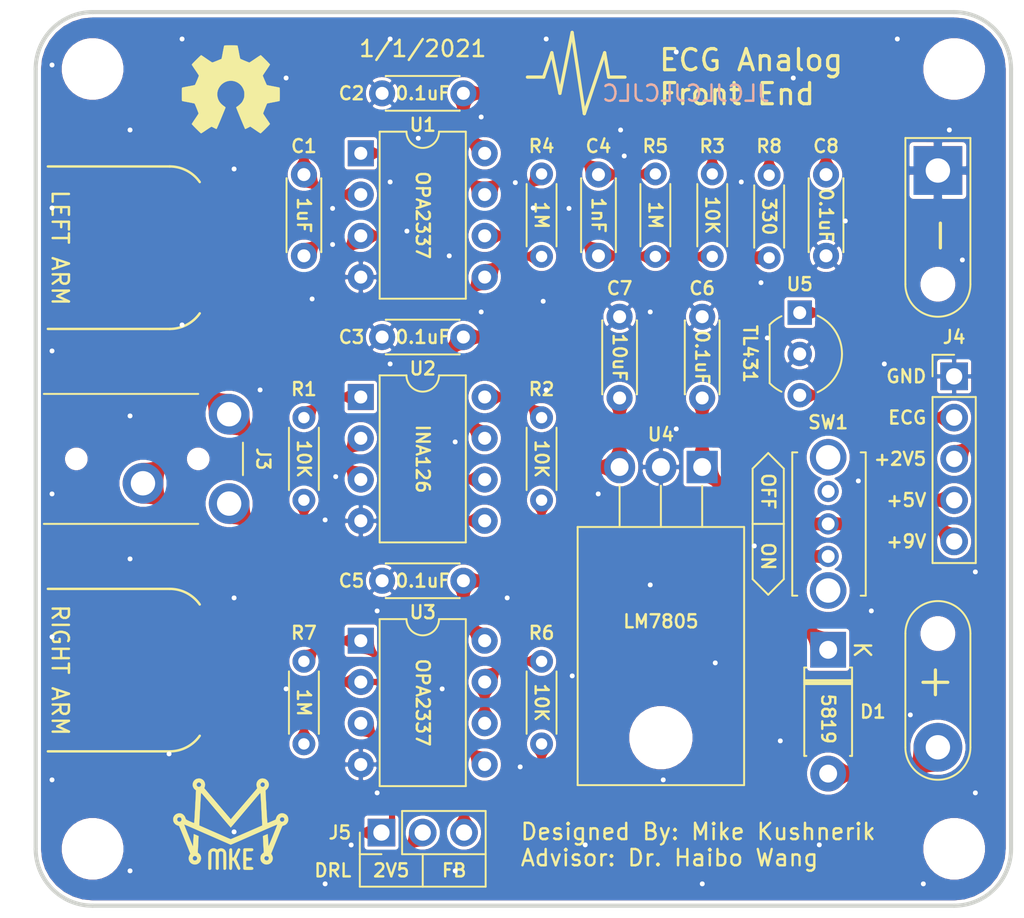
<source format=kicad_pcb>
(kicad_pcb (version 20171130) (host pcbnew "(5.1.8)-1")
  (layers (0 F.Cu signal) (31 B.Cu signal) (34 B.Paste user) (35 F.Paste user) (36 B.SilkS user) (37 F.SilkS user) (38 B.Mask user) (39 F.Mask user) (44 Edge.Cuts user))
  (net 0 "")
  (net 1 GND)
  (net 2 +5V)
  (net 3 +2V5)
  (net 4 +9V)
  (net 5 "Net-(R1-Pad1)")
  (net 6 "Net-(R2-Pad2)")
  (net 7 "Net-(D1-Pad2)")
  (net 8 "Net-(D1-Pad1)")
  (net 9 ECG_OUT)
  (net 10 ECG_IN+)
  (net 11 DRL_OUT)
  (net 12 ECG_IN-)
  (net 13 ECG_VCM)
  (net 14 "Net-(R4-Pad2)")
  (net 15 "Net-(R6-Pad2)")
  (net 16 "Net-(R6-Pad1)")
  (net 17 ECG_DRL)
  (net 18 "Net-(C4-Pad1)")
  (net 19 "Net-(C1-Pad2)")
  (net 20 "Net-(C1-Pad1)")
  (module ECG_Amplifier:MKE_LOGO (layer F.Cu) (at 82 123.5)
    (fp_text reference G*** hide)
    (fp_text value LOGO hide)
  )
  (module ECG_Amplifier:OSHW (layer F.Cu) (at 82 77.25)
    (fp_text reference G*** hide)
    (fp_text value LOGO hide)
  )
  (module Package_TO_SOT_THT:TO-92_Inline_Wide (layer F.Cu) (at 117 91 270)
    (fp_text reference U5 (at -1.75 0 180) (layer F.SilkS) (effects (font (size 0.8 0.8))))
    (fp_text value TL431 (at 2.54 3.05 270 unlocked) (layer F.SilkS) (effects (font (size 0.8 0.8))))
    (pad 1 thru_hole rect (at 0 0 270) (size 1.5 1.5) (drill 0.8) (layers *.Cu *.Mask) (net 3 +2V5))
    (pad 3 thru_hole circle (at 5.08 0 270) (size 1.5 1.5) (drill 0.8) (layers *.Cu *.Mask) (net 3 +2V5))
    (pad 2 thru_hole circle (at 2.54 0 270) (size 1.5 1.5) (drill 0.8) (layers *.Cu *.Mask) (net 1 GND))
  )
  (module ECG_Amplifier:ECG_Electrode_Pad (layer F.Cu) (at 78.25 87 270)
    (fp_text reference J2)
    (fp_text value ECG_Pad_L)
    (pad 1 smd oval (at 0 0 270) (size 8 10) (layers F.Cu F.Mask) (net 12 ECG_IN-) (clearance 0.3))
  )
  (module ECG_Amplifier:ECG_Electrode_Pad (layer F.Cu) (at 78.25 113 270)
    (fp_text reference J1)
    (fp_text value ECG_Pad_R)
    (pad 1 smd oval (at 0 0 270) (size 8 10) (layers F.Cu F.Mask) (net 10 ECG_IN+) (clearance 0.3))
  )
  (module ECG_Amplifier:OS102011MS2QN1 (layer F.Cu) (at 118.75 106 90)
    (fp_text reference SW1 (at 8.25 0 unlocked) (layer F.SilkS) (effects (font (size 0.8 0.8))))
    (fp_text value PWR)
    (pad 2 thru_hole circle (at 2 0 90) (size 1.3 1.3) (drill 0.8) (layers *.Cu *.Mask) (net 4 +9V))
    (pad "" thru_hole circle (at 6.1 0 90) (size 2.25 2.25) (drill 1.5) (layers *.Cu *.Mask))
    (pad "" thru_hole circle (at -2.1 0 90) (size 2.25 2.25) (drill 1.5) (layers *.Cu *.Mask))
    (pad 1 thru_hole circle (at 0 0 90) (size 1.3 1.3) (drill 0.8) (layers *.Cu *.Mask) (net 8 "Net-(D1-Pad1)"))
    (pad 3 thru_hole circle (at 4 0 90) (size 1.3 1.3) (drill 0.8) (layers *.Cu *.Mask))
  )
  (module MountingHole:MountingHole_3.2mm_M3 (layer F.Cu) (at 126.5 124 270)
    (fp_text reference H4)
    (fp_text value MH)
    (pad "" np_thru_hole circle (at 0 0 270) (size 3.2 3.2) (drill 3.2) (layers *.Cu *.Mask) (clearance 0.3))
  )
  (module MountingHole:MountingHole_3.2mm_M3 (layer F.Cu) (at 73.5 124 270)
    (fp_text reference H3)
    (fp_text value MH)
    (pad "" np_thru_hole circle (at 0 0 270) (size 3.2 3.2) (drill 3.2) (layers *.Cu *.Mask) (clearance 0.3))
  )
  (module MountingHole:MountingHole_3.2mm_M3 (layer F.Cu) (at 126.5 76 270)
    (fp_text reference H2)
    (fp_text value MH)
    (pad "" np_thru_hole circle (at 0 0 270) (size 3.2 3.2) (drill 3.2) (layers *.Cu *.Mask) (clearance 0.3))
  )
  (module MountingHole:MountingHole_3.2mm_M3 (layer F.Cu) (at 73.5 76 270)
    (fp_text reference H1)
    (fp_text value MH)
    (pad "" np_thru_hole circle (at 0 0 270) (size 3.2 3.2) (drill 3.2) (layers *.Cu *.Mask) (clearance 0.3))
  )
  (module ECG_Amplifier:STX-3000 (layer F.Cu) (at 68.5 100)
    (fp_text reference J3 (at 15.5 0 270 unlocked) (layer F.SilkS) (effects (font (size 0.8 0.8))))
    (fp_text value ECG_Lead_IN)
    (pad 3 thru_hole circle (at 13.4 2.75) (size 2.5 2.5) (drill 1.5) (layers *.Cu *.Mask) (net 17 ECG_DRL))
    (pad 2 thru_hole circle (at 13.4 -2.75) (size 2.5 2.5) (drill 1.5) (layers *.Cu *.Mask) (net 12 ECG_IN-))
    (pad 1 thru_hole circle (at 8.1 1.5) (size 2.5 2.5) (drill 1.5) (layers *.Cu *.Mask) (net 10 ECG_IN+))
    (pad "" np_thru_hole circle (at 11.5 0) (size 1 1) (drill 1) (layers *.Cu *.Mask))
    (pad "" np_thru_hole circle (at 4 0) (size 1 1) (drill 1) (layers *.Cu *.Mask))
  )
  (module Connector_PinHeader_2.54mm:PinHeader_1x05_P2.54mm_Vertical (layer F.Cu) (at 126.5 94.92)
    (fp_text reference J4 (at 0 -2.42 unlocked) (layer F.SilkS) (effects (font (size 0.8 0.8))))
    (fp_text value OUTPUT)
    (pad 5 thru_hole oval (at 0 10.16) (size 1.7 1.7) (drill 1) (layers *.Cu *.Mask) (net 4 +9V))
    (pad 4 thru_hole oval (at 0 7.62) (size 1.7 1.7) (drill 1) (layers *.Cu *.Mask) (net 2 +5V))
    (pad 3 thru_hole oval (at 0 5.08) (size 1.7 1.7) (drill 1) (layers *.Cu *.Mask) (net 3 +2V5))
    (pad 2 thru_hole oval (at 0 2.54) (size 1.7 1.7) (drill 1) (layers *.Cu *.Mask) (net 9 ECG_OUT))
    (pad 1 thru_hole rect (at 0 0) (size 1.7 1.7) (drill 1) (layers *.Cu *.Mask) (net 1 GND))
  )
  (module ECG_Amplifier:WIRE_SR_C (layer F.Cu) (at 125.5 117.75 270)
    (fp_text reference TP2)
    (fp_text value BATT+)
    (pad "" np_thru_hole circle (at -7 0 270) (size 1.75 1.75) (drill 1.75) (layers *.Cu *.Mask))
    (pad 1 thru_hole circle (at 0 0 270) (size 3 3) (drill 1.5) (layers *.Cu *.Mask) (net 7 "Net-(D1-Pad2)"))
  )
  (module ECG_Amplifier:WIRE_SR_R (layer F.Cu) (at 125.5 82.25 90)
    (fp_text reference TP1)
    (fp_text value BATT-)
    (pad "" np_thru_hole circle (at -7 0 90) (size 1.75 1.75) (drill 1.75) (layers *.Cu *.Mask))
    (pad 1 thru_hole rect (at 0 0 90) (size 3 3) (drill 1.5) (layers *.Cu *.Mask) (net 1 GND) (thermal_gap 0.25))
  )
  (module Package_TO_SOT_THT:TO-220-3_Horizontal_TabDown (layer F.Cu) (at 111 100.5 180)
    (fp_text reference U4 (at 2.54 2) (layer F.SilkS) (effects (font (size 0.8 0.8))))
    (fp_text value LM7805 (at 2.54 -9.5 180) (layer F.SilkS) (effects (font (size 0.8 0.8))))
    (pad 3 thru_hole oval (at 5.08 0 180) (size 1.905 2) (drill 1.1) (layers *.Cu *.Mask) (net 2 +5V))
    (pad 2 thru_hole oval (at 2.54 0 180) (size 1.905 2) (drill 1.1) (layers *.Cu *.Mask) (net 1 GND))
    (pad 1 thru_hole rect (at 0 0 180) (size 1.905 2) (drill 1.1) (layers *.Cu *.Mask) (net 4 +9V))
    (pad "" np_thru_hole oval (at 2.54 -16.66 180) (size 3.5 3.5) (drill 3.5) (layers *.Cu *.Mask))
  )
  (module Package_DIP:DIP-8_W7.62mm (layer F.Cu) (at 90 81.19)
    (fp_text reference U1 (at 3.81 -1.75) (layer F.SilkS) (effects (font (size 0.8 0.8))))
    (fp_text value OPA2337 (at 3.81 3.81 270 unlocked) (layer F.SilkS) (effects (font (size 0.8 0.8))))
    (pad 8 thru_hole oval (at 7.62 0) (size 1.6 1.6) (drill 0.8) (layers *.Cu *.Mask) (net 2 +5V))
    (pad 4 thru_hole oval (at 0 7.62) (size 1.6 1.6) (drill 0.8) (layers *.Cu *.Mask) (net 1 GND))
    (pad 7 thru_hole oval (at 7.62 2.54) (size 1.6 1.6) (drill 0.8) (layers *.Cu *.Mask) (net 9 ECG_OUT))
    (pad 3 thru_hole oval (at 0 5.08) (size 1.6 1.6) (drill 0.8) (layers *.Cu *.Mask) (net 3 +2V5))
    (pad 6 thru_hole oval (at 7.62 5.08) (size 1.6 1.6) (drill 0.8) (layers *.Cu *.Mask) (net 18 "Net-(C4-Pad1)"))
    (pad 2 thru_hole oval (at 0 2.54) (size 1.6 1.6) (drill 0.8) (layers *.Cu *.Mask) (net 20 "Net-(C1-Pad1)"))
    (pad 5 thru_hole oval (at 7.62 7.62) (size 1.6 1.6) (drill 0.8) (layers *.Cu *.Mask) (net 14 "Net-(R4-Pad2)"))
    (pad 1 thru_hole rect (at 0 0) (size 1.6 1.6) (drill 0.8) (layers *.Cu *.Mask) (net 19 "Net-(C1-Pad2)"))
  )
  (module Package_DIP:DIP-8_W7.62mm (layer F.Cu) (at 90 96.19)
    (fp_text reference U2 (at 3.81 -1.75) (layer F.SilkS) (effects (font (size 0.8 0.8))))
    (fp_text value INA126 (at 3.81 3.81 270 unlocked) (layer F.SilkS) (effects (font (size 0.8 0.8))))
    (pad 8 thru_hole oval (at 7.62 0) (size 1.6 1.6) (drill 0.8) (layers *.Cu *.Mask) (net 6 "Net-(R2-Pad2)"))
    (pad 4 thru_hole oval (at 0 7.62) (size 1.6 1.6) (drill 0.8) (layers *.Cu *.Mask) (net 1 GND))
    (pad 7 thru_hole oval (at 7.62 2.54) (size 1.6 1.6) (drill 0.8) (layers *.Cu *.Mask) (net 2 +5V))
    (pad 3 thru_hole oval (at 0 5.08) (size 1.6 1.6) (drill 0.8) (layers *.Cu *.Mask) (net 10 ECG_IN+))
    (pad 6 thru_hole oval (at 7.62 5.08) (size 1.6 1.6) (drill 0.8) (layers *.Cu *.Mask) (net 14 "Net-(R4-Pad2)"))
    (pad 2 thru_hole oval (at 0 2.54) (size 1.6 1.6) (drill 0.8) (layers *.Cu *.Mask) (net 12 ECG_IN-))
    (pad 5 thru_hole oval (at 7.62 7.62) (size 1.6 1.6) (drill 0.8) (layers *.Cu *.Mask) (net 19 "Net-(C1-Pad2)"))
    (pad 1 thru_hole rect (at 0 0) (size 1.6 1.6) (drill 0.8) (layers *.Cu *.Mask) (net 5 "Net-(R1-Pad1)"))
  )
  (module Resistor_THT:R_Axial_DIN0204_L3.6mm_D1.6mm_P5.08mm_Horizontal (layer F.Cu) (at 101.12 82.46 270)
    (fp_text reference R4 (at -1.71 0 unlocked) (layer F.SilkS) (effects (font (size 0.8 0.8))))
    (fp_text value 1M (at 2.54 0 270 unlocked) (layer F.SilkS) (effects (font (size 0.8 0.8))))
    (pad 2 thru_hole oval (at 5.08 0 270) (size 1.4 1.4) (drill 0.7) (layers *.Cu *.Mask) (net 14 "Net-(R4-Pad2)"))
    (pad 1 thru_hole circle (at 0 0 270) (size 1.4 1.4) (drill 0.7) (layers *.Cu *.Mask) (net 20 "Net-(C1-Pad1)"))
  )
  (module Package_DIP:DIP-8_W7.62mm (layer F.Cu) (at 90 111.19)
    (fp_text reference U3 (at 3.81 -1.75) (layer F.SilkS) (effects (font (size 0.8 0.8))))
    (fp_text value OPA2337 (at 3.81 3.81 270 unlocked) (layer F.SilkS) (effects (font (size 0.8 0.8))))
    (pad 8 thru_hole oval (at 7.62 0) (size 1.6 1.6) (drill 0.8) (layers *.Cu *.Mask) (net 2 +5V))
    (pad 4 thru_hole oval (at 0 7.62) (size 1.6 1.6) (drill 0.8) (layers *.Cu *.Mask) (net 1 GND))
    (pad 7 thru_hole oval (at 7.62 2.54) (size 1.6 1.6) (drill 0.8) (layers *.Cu *.Mask) (net 15 "Net-(R6-Pad2)"))
    (pad 3 thru_hole oval (at 0 5.08) (size 1.6 1.6) (drill 0.8) (layers *.Cu *.Mask) (net 3 +2V5))
    (pad 6 thru_hole oval (at 7.62 5.08) (size 1.6 1.6) (drill 0.8) (layers *.Cu *.Mask) (net 15 "Net-(R6-Pad2)"))
    (pad 2 thru_hole oval (at 0 2.54) (size 1.6 1.6) (drill 0.8) (layers *.Cu *.Mask) (net 16 "Net-(R6-Pad1)"))
    (pad 5 thru_hole oval (at 7.62 7.62) (size 1.6 1.6) (drill 0.8) (layers *.Cu *.Mask) (net 13 ECG_VCM))
    (pad 1 thru_hole rect (at 0 0) (size 1.6 1.6) (drill 0.8) (layers *.Cu *.Mask) (net 11 DRL_OUT))
  )
  (module Connector_PinHeader_2.54mm:PinHeader_1x03_P2.54mm_Vertical (layer F.Cu) (at 91.27 123 90)
    (fp_text reference J5 (at 0 -1.77 180) (layer F.SilkS) (effects (font (size 0.8 0.8)) (justify right)))
    (fp_text value DRL_SEL)
    (pad 1 thru_hole rect (at 0 0 90) (size 1.7 1.7) (drill 1) (layers *.Cu *.Mask) (net 3 +2V5))
    (pad 2 thru_hole oval (at 0 2.54 90) (size 1.7 1.7) (drill 1) (layers *.Cu *.Mask) (net 17 ECG_DRL))
    (pad 3 thru_hole oval (at 0 5.08 90) (size 1.7 1.7) (drill 1) (layers *.Cu *.Mask) (net 11 DRL_OUT))
  )
  (module Resistor_THT:R_Axial_DIN0204_L3.6mm_D1.6mm_P5.08mm_Horizontal (layer F.Cu) (at 86.5 117.54 90)
    (fp_text reference R7 (at 6.83 0 180) (layer F.SilkS) (effects (font (size 0.8 0.8))))
    (fp_text value 1M (at 2.54 0 270 unlocked) (layer F.SilkS) (effects (font (size 0.8 0.8))))
    (pad 2 thru_hole oval (at 5.08 0 90) (size 1.4 1.4) (drill 0.7) (layers *.Cu *.Mask) (net 11 DRL_OUT))
    (pad 1 thru_hole circle (at 0 0 90) (size 1.4 1.4) (drill 0.7) (layers *.Cu *.Mask) (net 16 "Net-(R6-Pad1)"))
  )
  (module Resistor_THT:R_Axial_DIN0204_L3.6mm_D1.6mm_P5.08mm_Horizontal (layer F.Cu) (at 101.12 117.54 90)
    (fp_text reference R6 (at 6.83 0 180) (layer F.SilkS) (effects (font (size 0.8 0.8))))
    (fp_text value 10K (at 2.54 0 270 unlocked) (layer F.SilkS) (effects (font (size 0.8 0.8))))
    (pad 2 thru_hole oval (at 5.08 0 90) (size 1.4 1.4) (drill 0.7) (layers *.Cu *.Mask) (net 15 "Net-(R6-Pad2)"))
    (pad 1 thru_hole circle (at 0 0 90) (size 1.4 1.4) (drill 0.7) (layers *.Cu *.Mask) (net 16 "Net-(R6-Pad1)"))
  )
  (module Resistor_THT:R_Axial_DIN0204_L3.6mm_D1.6mm_P5.08mm_Horizontal (layer F.Cu) (at 101.12 102.54 90)
    (fp_text reference R2 (at 6.83 0 180) (layer F.SilkS) (effects (font (size 0.8 0.8))))
    (fp_text value 10K (at 2.54 0 270 unlocked) (layer F.SilkS) (effects (font (size 0.8 0.8))))
    (pad 2 thru_hole oval (at 5.08 0 90) (size 1.4 1.4) (drill 0.7) (layers *.Cu *.Mask) (net 6 "Net-(R2-Pad2)"))
    (pad 1 thru_hole circle (at 0 0 90) (size 1.4 1.4) (drill 0.7) (layers *.Cu *.Mask) (net 13 ECG_VCM))
  )
  (module Resistor_THT:R_Axial_DIN0204_L3.6mm_D1.6mm_P5.08mm_Horizontal (layer F.Cu) (at 86.5 97.46 270)
    (fp_text reference R1 (at -1.75 0) (layer F.SilkS) (effects (font (size 0.8 0.8))))
    (fp_text value 10K (at 2.54 0 270 unlocked) (layer F.SilkS) (effects (font (size 0.8 0.8))))
    (pad 2 thru_hole oval (at 5.08 0 270) (size 1.4 1.4) (drill 0.7) (layers *.Cu *.Mask) (net 13 ECG_VCM))
    (pad 1 thru_hole circle (at 0 0 270) (size 1.4 1.4) (drill 0.7) (layers *.Cu *.Mask) (net 5 "Net-(R1-Pad1)"))
  )
  (module Capacitor_THT:C_Disc_D4.3mm_W1.9mm_P5.00mm (layer F.Cu) (at 96.31 107.5 180)
    (fp_text reference C5 (at 6 0) (layer F.SilkS) (effects (font (size 0.8 0.8)) (justify right)))
    (fp_text value 0.1uF (at 2.5 0) (layer F.SilkS) (effects (font (size 0.8 0.8))))
    (pad 2 thru_hole circle (at 5 0 180) (size 1.6 1.6) (drill 0.8) (layers *.Cu *.Mask) (net 1 GND))
    (pad 1 thru_hole circle (at 0 0 180) (size 1.6 1.6) (drill 0.8) (layers *.Cu *.Mask) (net 2 +5V))
  )
  (module Resistor_THT:R_Axial_DIN0204_L3.6mm_D1.6mm_P5.08mm_Horizontal (layer F.Cu) (at 115.12 82.54 270)
    (fp_text reference R8 (at -1.79 0 180) (layer F.SilkS) (effects (font (size 0.8 0.8))))
    (fp_text value 330 (at 2.54 0 270 unlocked) (layer F.SilkS) (effects (font (size 0.8 0.8))))
    (pad 2 thru_hole oval (at 5.08 0 270) (size 1.4 1.4) (drill 0.7) (layers *.Cu *.Mask) (net 2 +5V))
    (pad 1 thru_hole circle (at 0 0 270) (size 1.4 1.4) (drill 0.7) (layers *.Cu *.Mask) (net 3 +2V5))
  )
  (module Resistor_THT:R_Axial_DIN0204_L3.6mm_D1.6mm_P5.08mm_Horizontal (layer F.Cu) (at 108.12 87.54 90)
    (fp_text reference R5 (at 6.79 0 180) (layer F.SilkS) (effects (font (size 0.8 0.8))))
    (fp_text value 1M (at 2.54 0 270 unlocked) (layer F.SilkS) (effects (font (size 0.8 0.8))))
    (pad 2 thru_hole oval (at 5.08 0 90) (size 1.4 1.4) (drill 0.7) (layers *.Cu *.Mask) (net 9 ECG_OUT))
    (pad 1 thru_hole circle (at 0 0 90) (size 1.4 1.4) (drill 0.7) (layers *.Cu *.Mask) (net 18 "Net-(C4-Pad1)"))
  )
  (module Resistor_THT:R_Axial_DIN0204_L3.6mm_D1.6mm_P5.08mm_Horizontal (layer F.Cu) (at 111.62 87.54 90)
    (fp_text reference R3 (at 6.79 0 180) (layer F.SilkS) (effects (font (size 0.8 0.8))))
    (fp_text value 10K (at 2.54 0 270 unlocked) (layer F.SilkS) (effects (font (size 0.8 0.8))))
    (pad 2 thru_hole oval (at 5.08 0 90) (size 1.4 1.4) (drill 0.7) (layers *.Cu *.Mask) (net 3 +2V5))
    (pad 1 thru_hole circle (at 0 0 90) (size 1.4 1.4) (drill 0.7) (layers *.Cu *.Mask) (net 18 "Net-(C4-Pad1)"))
  )
  (module Diode_THT:D_DO-41_SOD81_P7.62mm_Horizontal (layer F.Cu) (at 118.75 111.75 270)
    (fp_text reference D1 (at 3.81 -2.75 180) (layer F.SilkS) (effects (font (size 0.8 0.8))))
    (fp_text value 5819 (at 4.25 0 270 unlocked) (layer F.SilkS) (effects (font (size 0.8 0.8))))
    (fp_text user K (at 0 -2.1 270 unlocked) (layer F.SilkS))
    (pad 2 thru_hole oval (at 7.62 0 270) (size 2.2 2.2) (drill 1.1) (layers *.Cu *.Mask) (net 7 "Net-(D1-Pad2)"))
    (pad 1 thru_hole rect (at 0 0 270) (size 2.2 2.2) (drill 1.1) (layers *.Cu *.Mask) (net 8 "Net-(D1-Pad1)"))
  )
  (module Capacitor_THT:C_Disc_D4.3mm_W1.9mm_P5.00mm (layer F.Cu) (at 105.92 96.25 90)
    (fp_text reference C7 (at 6.75 0 180) (layer F.SilkS) (effects (font (size 0.8 0.8))))
    (fp_text value 10uF (at 2.5 0 270 unlocked) (layer F.SilkS) (effects (font (size 0.8 0.8))))
    (pad 2 thru_hole circle (at 5 0 90) (size 1.6 1.6) (drill 0.8) (layers *.Cu *.Mask) (net 1 GND))
    (pad 1 thru_hole circle (at 0 0 90) (size 1.6 1.6) (drill 0.8) (layers *.Cu *.Mask) (net 2 +5V))
  )
  (module Capacitor_THT:C_Disc_D4.3mm_W1.9mm_P5.00mm (layer F.Cu) (at 111 96.25 90)
    (fp_text reference C6 (at 6.75 0 180) (layer F.SilkS) (effects (font (size 0.8 0.8))))
    (fp_text value 0.1uF (at 2.5 0 270 unlocked) (layer F.SilkS) (effects (font (size 0.8 0.8))))
    (pad 2 thru_hole circle (at 5 0 90) (size 1.6 1.6) (drill 0.8) (layers *.Cu *.Mask) (net 1 GND))
    (pad 1 thru_hole circle (at 0 0 90) (size 1.6 1.6) (drill 0.8) (layers *.Cu *.Mask) (net 4 +9V))
  )
  (module Capacitor_THT:C_Disc_D4.3mm_W1.9mm_P5.00mm (layer F.Cu) (at 118.62 82.5 270)
    (fp_text reference C8 (at -1.75 0 180) (layer F.SilkS) (effects (font (size 0.8 0.8))))
    (fp_text value 0.1uF (at 2.5 0 270 unlocked) (layer F.SilkS) (effects (font (size 0.8 0.8))))
    (pad 2 thru_hole circle (at 5 0 270) (size 1.6 1.6) (drill 0.8) (layers *.Cu *.Mask) (net 1 GND))
    (pad 1 thru_hole circle (at 0 0 270) (size 1.6 1.6) (drill 0.8) (layers *.Cu *.Mask) (net 3 +2V5))
  )
  (module Capacitor_THT:C_Disc_D4.3mm_W1.9mm_P5.00mm (layer F.Cu) (at 96.31 77.5 180)
    (fp_text reference C2 (at 6 0) (layer F.SilkS) (effects (font (size 0.8 0.8)) (justify right)))
    (fp_text value 0.1uF (at 2.5 0) (layer F.SilkS) (effects (font (size 0.8 0.8))))
    (pad 2 thru_hole circle (at 5 0 180) (size 1.6 1.6) (drill 0.8) (layers *.Cu *.Mask) (net 1 GND))
    (pad 1 thru_hole circle (at 0 0 180) (size 1.6 1.6) (drill 0.8) (layers *.Cu *.Mask) (net 2 +5V))
  )
  (module Capacitor_THT:C_Disc_D4.3mm_W1.9mm_P5.00mm (layer F.Cu) (at 104.62 87.5 90)
    (fp_text reference C4 (at 6.75 0 180) (layer F.SilkS) (effects (font (size 0.8 0.8))))
    (fp_text value 1nF (at 2.5 0 270 unlocked) (layer F.SilkS) (effects (font (size 0.8 0.8))))
    (pad 2 thru_hole circle (at 5 0 90) (size 1.6 1.6) (drill 0.8) (layers *.Cu *.Mask) (net 9 ECG_OUT))
    (pad 1 thru_hole circle (at 0 0 90) (size 1.6 1.6) (drill 0.8) (layers *.Cu *.Mask) (net 18 "Net-(C4-Pad1)"))
  )
  (module Capacitor_THT:C_Disc_D4.3mm_W1.9mm_P5.00mm (layer F.Cu) (at 86.5 82.5 270)
    (fp_text reference C1 (at -1.75 0 180) (layer F.SilkS) (effects (font (size 0.8 0.8))))
    (fp_text value 1uF (at 2.5 0 270 unlocked) (layer F.SilkS) (effects (font (size 0.8 0.8))))
    (pad 2 thru_hole circle (at 5 0 270) (size 1.6 1.6) (drill 0.8) (layers *.Cu *.Mask) (net 19 "Net-(C1-Pad2)"))
    (pad 1 thru_hole circle (at 0 0 270) (size 1.6 1.6) (drill 0.8) (layers *.Cu *.Mask) (net 20 "Net-(C1-Pad1)"))
  )
  (module Capacitor_THT:C_Disc_D4.3mm_W1.9mm_P5.00mm (layer F.Cu) (at 96.31 92.5 180)
    (fp_text reference C3 (at 6 0) (layer F.SilkS) (effects (font (size 0.8 0.8)) (justify right)))
    (fp_text value 0.1uF (at 2.5 0) (layer F.SilkS) (effects (font (size 0.8 0.8))))
    (pad 2 thru_hole circle (at 5 0 180) (size 1.6 1.6) (drill 0.8) (layers *.Cu *.Mask) (net 1 GND))
    (pad 1 thru_hole circle (at 0 0 180) (size 1.6 1.6) (drill 0.8) (layers *.Cu *.Mask) (net 2 +5V))
  )
  (gr_arc (start 126.5 124) (end 130 124) (angle 90) (layer Edge.Cuts) (width 0.254))
  (gr_arc (start 126.5 76) (end 126.5 72.5) (angle 90) (layer Edge.Cuts) (width 0.254))
  (gr_arc (start 73.5 124) (end 73.5 127.5) (angle 90) (layer Edge.Cuts) (width 0.254))
  (gr_text "Designed By: Mike Kushnerik\nAdvisor: Dr. Haibo Wang" (at 99.75 123.75) (layer F.SilkS) (effects (font (size 1 1)) (justify left)))
  (gr_line (start 116.0217 100.5982) (end 116.0217 104) (layer F.SilkS) (width 0.12))
  (gr_line (start 116.0217 100.5982) (end 115.0625 99.639) (layer F.SilkS) (width 0.12))
  (gr_line (start 114.1033 100.5982) (end 115.0625 99.639) (layer F.SilkS) (width 0.12))
  (gr_line (start 116.0217 104) (end 116.0217 107.4018) (layer F.SilkS) (width 0.12))
  (gr_line (start 116.0217 107.4018) (end 115.0625 108.361) (layer F.SilkS) (width 0.12))
  (gr_line (start 114.1033 107.4018) (end 115.0625 108.361) (layer F.SilkS) (width 0.12))
  (gr_line (start 114.1033 104) (end 114.1033 107.4018) (layer F.SilkS) (width 0.12))
  (gr_line (start 114.1033 104) (end 114.1033 100.5982) (layer F.SilkS) (width 0.12))
  (gr_line (start 114.1033 104) (end 116.0217 104) (layer F.SilkS) (width 0.12))
  (gr_text OFF (at 115.0625 102 270) (layer F.SilkS) (effects (font (size 0.8 0.8))))
  (gr_line (start 93.81 126.33) (end 97.68 126.33) (layer F.SilkS) (width 0.12))
  (gr_line (start 97.68 124.33) (end 97.68 126.33) (layer F.SilkS) (width 0.12))
  (gr_line (start 93.81 126.33) (end 93.81 124.33) (layer F.SilkS) (width 0.12))
  (gr_line (start 89.94 126.33) (end 93.81 126.33) (layer F.SilkS) (width 0.12))
  (gr_line (start 89.94 124.33) (end 89.94 126.33) (layer F.SilkS) (width 0.12))
  (gr_text FB (at 95.745 125.33) (layer F.SilkS) (effects (font (size 0.8 0.8))))
  (gr_text 2V5 (at 91.875 125.33) (layer F.SilkS) (effects (font (size 0.8 0.8))))
  (gr_text DRL (at 89.5 125.33) (layer F.SilkS) (effects (font (size 0.8 0.8)) (justify right)))
  (gr_line (start 105.25 76.5) (end 106.25 76.5) (layer F.SilkS) (width 0.2))
  (gr_line (start 105 75) (end 105.25 76.5) (layer F.SilkS) (width 0.2))
  (gr_line (start 104.5 76.5) (end 105 75) (layer F.SilkS) (width 0.2))
  (gr_text "LEFT ARM" (at 71.5 87 270) (layer F.SilkS) (effects (font (size 1 1))))
  (gr_text "RIGHT ARM" (at 71.5 113 270) (layer F.SilkS) (effects (font (size 1 1))))
  (gr_text 1/1/2021 (at 93.81 74.75) (layer F.SilkS) (effects (font (size 1 1))))
  (gr_text JLCJLCJLCJLC (at 110 77.5) (layer B.SilkS) (effects (font (size 1 1)) (justify mirror)))
  (gr_line (start 103.75 78.75) (end 104.5 76.5) (layer F.SilkS) (width 0.2))
  (gr_line (start 103 73.75) (end 103.75 78.75) (layer F.SilkS) (width 0.2))
  (gr_line (start 102.25 77.5) (end 103 73.75) (layer F.SilkS) (width 0.2))
  (gr_line (start 101.75 75) (end 102.25 77.5) (layer F.SilkS) (width 0.2))
  (gr_line (start 101.25 76.5) (end 101.75 75) (layer F.SilkS) (width 0.2))
  (gr_line (start 100.25 76.5) (end 101.25 76.5) (layer F.SilkS) (width 0.2))
  (gr_text - (at 125.5 86.25 90) (layer F.SilkS) (effects (font (size 2 2) (thickness 0.2))))
  (gr_text + (at 125.5 113.75 -90) (layer F.SilkS) (effects (font (size 2 2) (thickness 0.2))))
  (gr_text ON (at 115.0625 106 -90) (layer F.SilkS) (effects (font (size 0.8 0.8))))
  (gr_text GND (at 124.875 94.92) (layer F.SilkS) (effects (font (size 0.8 0.8)) (justify right)))
  (gr_text ECG (at 124.875 97.46) (layer F.SilkS) (effects (font (size 0.8 0.8)) (justify right)))
  (gr_text +2V5 (at 124.875 100) (layer F.SilkS) (effects (font (size 0.8 0.8)) (justify right)))
  (gr_text +5V (at 124.875 102.54) (layer F.SilkS) (effects (font (size 0.8 0.8)) (justify right)))
  (gr_text +9V (at 124.875 105.08) (layer F.SilkS) (effects (font (size 0.8 0.8)) (justify right)))
  (gr_arc (start 73.5 76) (end 70 76) (angle 90) (layer Edge.Cuts) (width 0.254))
  (gr_line (start 70 76) (end 70 124) (layer Edge.Cuts) (width 0.254))
  (gr_line (start 130 76) (end 130 124) (layer Edge.Cuts) (width 0.254))
  (gr_text "ECG Analog\nFront End" (at 108.25 76.5) (layer F.SilkS) (effects (font (size 1.3 1.3) (thickness 0.2)) (justify left)))
  (gr_line (start 73.5 127.5) (end 126.5 127.5) (layer Edge.Cuts) (width 0.254))
  (gr_line (start 73.5 72.5) (end 126.5 72.5) (layer Edge.Cuts) (width 0.254))
  (via (at 114.6175 89.154) (size 0.6) (drill 0.3) (layers F.Cu B.Cu) (net 1))
  (via (at 105.9815 79.756) (size 0.6) (drill 0.3) (layers F.Cu B.Cu) (net 1))
  (via (at 95.4405 87.503) (size 0.6) (drill 0.3) (layers F.Cu B.Cu) (net 1))
  (via (at 89.408 123.7615) (size 0.6) (drill 0.3) (layers F.Cu B.Cu) (net 1))
  (via (at 88.265 84.582) (size 0.6) (drill 0.3) (layers F.Cu B.Cu) (net 1))
  (via (at 92.837 85.979) (size 0.6) (drill 0.3) (layers F.Cu B.Cu) (net 1))
  (via (at 101.219 90.297) (size 0.6) (drill 0.3) (layers F.Cu B.Cu) (net 1))
  (via (at 102.8065 84.582) (size 0.6) (drill 0.3) (layers F.Cu B.Cu) (net 1))
  (via (at 88.265 86.8045) (size 0.6) (drill 0.3) (layers F.Cu B.Cu) (net 1))
  (via (at 88.4555 101.092) (size 0.6) (drill 0.3) (layers F.Cu B.Cu) (net 1))
  (via (at 93.5355 80.264) (size 0.6) (drill 0.3) (layers F.Cu B.Cu) (net 1))
  (via (at 99.5045 82.9945) (size 0.6) (drill 0.3) (layers F.Cu B.Cu) (net 1))
  (via (at 71.004999 75.755) (size 0.6) (drill 0.3) (layers F.Cu B.Cu) (net 1))
  (via (at 71.004999 84.555) (size 0.6) (drill 0.3) (layers F.Cu B.Cu) (net 1))
  (via (at 71.004999 93.355) (size 0.6) (drill 0.3) (layers F.Cu B.Cu) (net 1))
  (via (at 71.004999 102.155) (size 0.6) (drill 0.3) (layers F.Cu B.Cu) (net 1))
  (via (at 71.004999 110.955) (size 0.6) (drill 0.3) (layers F.Cu B.Cu) (net 1))
  (via (at 71.004999 119.755) (size 0.6) (drill 0.3) (layers F.Cu B.Cu) (net 1))
  (via (at 75.804999 79.755) (size 0.6) (drill 0.3) (layers F.Cu B.Cu) (net 1))
  (via (at 75.804999 97.355) (size 0.6) (drill 0.3) (layers F.Cu B.Cu) (net 1))
  (via (at 75.804999 106.155) (size 0.6) (drill 0.3) (layers F.Cu B.Cu) (net 1))
  (via (at 75.804999 125.355) (size 0.6) (drill 0.3) (layers F.Cu B.Cu) (net 1))
  (via (at 78.204999 118.155) (size 0.6) (drill 0.3) (layers F.Cu B.Cu) (net 1))
  (via (at 79.004999 74.155) (size 0.6) (drill 0.3) (layers F.Cu B.Cu) (net 1))
  (via (at 79.004999 91.755) (size 0.6) (drill 0.3) (layers F.Cu B.Cu) (net 1))
  (via (at 82.204999 82.155) (size 0.6) (drill 0.3) (layers F.Cu B.Cu) (net 1))
  (via (at 82.204999 108.555) (size 0.6) (drill 0.3) (layers F.Cu B.Cu) (net 1))
  (via (at 82.204999 122.955) (size 0.6) (drill 0.3) (layers F.Cu B.Cu) (net 1))
  (via (at 83.804999 95.755) (size 0.6) (drill 0.3) (layers F.Cu B.Cu) (net 1))
  (via (at 85.404999 76.555) (size 0.6) (drill 0.3) (layers F.Cu B.Cu) (net 1))
  (via (at 85.404999 114.155) (size 0.6) (drill 0.3) (layers F.Cu B.Cu) (net 1))
  (via (at 87.004999 90.155) (size 0.6) (drill 0.3) (layers F.Cu B.Cu) (net 1))
  (via (at 87.804999 103.755) (size 0.6) (drill 0.3) (layers F.Cu B.Cu) (net 1))
  (via (at 87.804999 126.155) (size 0.6) (drill 0.3) (layers F.Cu B.Cu) (net 1))
  (via (at 91.004999 109.355) (size 0.6) (drill 0.3) (layers F.Cu B.Cu) (net 1))
  (via (at 91.004999 120.555) (size 0.6) (drill 0.3) (layers F.Cu B.Cu) (net 1))
  (via (at 91.804999 74.155) (size 0.6) (drill 0.3) (layers F.Cu B.Cu) (net 1))
  (via (at 91.804999 82.955) (size 0.6) (drill 0.3) (layers F.Cu B.Cu) (net 1))
  (via (at 91.804999 94.155) (size 0.6) (drill 0.3) (layers F.Cu B.Cu) (net 1))
  (via (at 95.004999 114.155) (size 0.6) (drill 0.3) (layers F.Cu B.Cu) (net 1))
  (via (at 95.804999 98.955) (size 0.6) (drill 0.3) (layers F.Cu B.Cu) (net 1))
  (via (at 95.804999 125.355) (size 0.6) (drill 0.3) (layers F.Cu B.Cu) (net 1))
  (via (at 97.404999 78.955) (size 0.6) (drill 0.3) (layers F.Cu B.Cu) (net 1))
  (via (at 97.404999 90.955) (size 0.6) (drill 0.3) (layers F.Cu B.Cu) (net 1))
  (via (at 99.004999 108.555) (size 0.6) (drill 0.3) (layers F.Cu B.Cu) (net 1))
  (via (at 99.804999 118.955) (size 0.6) (drill 0.3) (layers F.Cu B.Cu) (net 1))
  (via (at 100.604999 84.555) (size 0.6) (drill 0.3) (layers F.Cu B.Cu) (net 1))
  (via (at 101.404999 74.155) (size 0.6) (drill 0.3) (layers F.Cu B.Cu) (net 1))
  (via (at 101.404999 95.755) (size 0.6) (drill 0.3) (layers F.Cu B.Cu) (net 1))
  (via (at 103.004999 113.355) (size 0.6) (drill 0.3) (layers F.Cu B.Cu) (net 1))
  (via (at 103.804999 123.755) (size 0.6) (drill 0.3) (layers F.Cu B.Cu) (net 1))
  (via (at 104.604999 102.155) (size 0.6) (drill 0.3) (layers F.Cu B.Cu) (net 1))
  (via (at 106.204999 81.355) (size 0.6) (drill 0.3) (layers F.Cu B.Cu) (net 1))
  (via (at 107.804999 90.955) (size 0.6) (drill 0.3) (layers F.Cu B.Cu) (net 1))
  (via (at 107.804999 107.755) (size 0.6) (drill 0.3) (layers F.Cu B.Cu) (net 1))
  (via (at 108.604999 119.755) (size 0.6) (drill 0.3) (layers F.Cu B.Cu) (net 1))
  (via (at 109.404999 74.955) (size 0.6) (drill 0.3) (layers F.Cu B.Cu) (net 1))
  (via (at 109.404999 98.155) (size 0.6) (drill 0.3) (layers F.Cu B.Cu) (net 1))
  (via (at 111.004999 126.155) (size 0.6) (drill 0.3) (layers F.Cu B.Cu) (net 1))
  (via (at 111.804999 112.555) (size 0.6) (drill 0.3) (layers F.Cu B.Cu) (net 1))
  (via (at 113.404999 82.955) (size 0.6) (drill 0.3) (layers F.Cu B.Cu) (net 1))
  (via (at 114.204999 105.355) (size 0.6) (drill 0.3) (layers F.Cu B.Cu) (net 1))
  (via (at 115.004999 92.555) (size 0.6) (drill 0.3) (layers F.Cu B.Cu) (net 1))
  (via (at 115.804999 117.355) (size 0.6) (drill 0.3) (layers F.Cu B.Cu) (net 1))
  (via (at 116.604999 76.555) (size 0.6) (drill 0.3) (layers F.Cu B.Cu) (net 1))
  (via (at 118.204999 123.755) (size 0.6) (drill 0.3) (layers F.Cu B.Cu) (net 1))
  (via (at 119.804999 85.355) (size 0.6) (drill 0.3) (layers F.Cu B.Cu) (net 1))
  (via (at 120.604999 101.355) (size 0.6) (drill 0.3) (layers F.Cu B.Cu) (net 1))
  (via (at 121.404999 109.355) (size 0.6) (drill 0.3) (layers F.Cu B.Cu) (net 1))
  (via (at 122.204999 94.155) (size 0.6) (drill 0.3) (layers F.Cu B.Cu) (net 1))
  (via (at 123.004999 74.155) (size 0.6) (drill 0.3) (layers F.Cu B.Cu) (net 1))
  (via (at 123.804999 115.755) (size 0.6) (drill 0.3) (layers F.Cu B.Cu) (net 1))
  (via (at 124.604999 126.155) (size 0.6) (drill 0.3) (layers F.Cu B.Cu) (net 1))
  (via (at 126.204999 79.755) (size 0.6) (drill 0.3) (layers F.Cu B.Cu) (net 1))
  (via (at 127.004999 87.755) (size 0.6) (drill 0.3) (layers F.Cu B.Cu) (net 1))
  (via (at 127.804999 106.955) (size 0.6) (drill 0.3) (layers F.Cu B.Cu) (net 1))
  (via (at 127.804999 120.555) (size 0.6) (drill 0.3) (layers F.Cu B.Cu) (net 1))
  (segment (start 105.92 100.5) (end 105.92 96.25) (width 0.762) (layer F.Cu) (net 2))
  (segment (start 103.334 92.5) (end 103.378 92.456) (width 0.762) (layer F.Cu) (net 2))
  (segment (start 96.31 92.5) (end 103.334 92.5) (width 0.762) (layer F.Cu) (net 2))
  (segment (start 103.421 100.5) (end 103.378 100.457) (width 0.762) (layer F.Cu) (net 2))
  (segment (start 105.92 100.5) (end 103.421 100.5) (width 0.762) (layer F.Cu) (net 2))
  (segment (start 103.378 100.457) (end 103.378 92.456) (width 0.762) (layer F.Cu) (net 2))
  (segment (start 96.31 109.88) (end 97.62 111.19) (width 0.762) (layer F.Cu) (net 2))
  (segment (start 96.31 107.5) (end 96.31 109.88) (width 0.762) (layer F.Cu) (net 2))
  (segment (start 96.31 79.88) (end 97.62 81.19) (width 0.762) (layer F.Cu) (net 2))
  (segment (start 96.31 77.5) (end 96.31 79.88) (width 0.762) (layer F.Cu) (net 2))
  (segment (start 105.029 89.281) (end 113.411 89.281) (width 0.762) (layer F.Cu) (net 2))
  (segment (start 103.378 90.932) (end 105.029 89.281) (width 0.762) (layer F.Cu) (net 2))
  (segment (start 103.378 92.456) (end 103.378 90.932) (width 0.762) (layer F.Cu) (net 2))
  (segment (start 113.411 89.281) (end 113.411 95.885) (width 0.762) (layer F.Cu) (net 2))
  (segment (start 124.384 102.54) (end 126.5 102.54) (width 0.762) (layer F.Cu) (net 2))
  (segment (start 115.719999 98.193999) (end 113.411 95.885) (width 0.762) (layer F.Cu) (net 2))
  (segment (start 120.037999 98.193999) (end 115.719999 98.193999) (width 0.762) (layer F.Cu) (net 2))
  (segment (start 124.384 102.54) (end 120.037999 98.193999) (width 0.762) (layer F.Cu) (net 2))
  (segment (start 103.378 104.521) (end 103.378 100.457) (width 0.762) (layer F.Cu) (net 2))
  (segment (start 100.399 107.5) (end 103.378 104.521) (width 0.762) (layer F.Cu) (net 2))
  (segment (start 96.31 107.5) (end 100.399 107.5) (width 0.762) (layer F.Cu) (net 2))
  (segment (start 95.25 96.36) (end 97.62 98.73) (width 0.762) (layer F.Cu) (net 2))
  (segment (start 95.25 93.56) (end 95.25 96.36) (width 0.762) (layer F.Cu) (net 2))
  (segment (start 96.31 92.5) (end 95.25 93.56) (width 0.762) (layer F.Cu) (net 2))
  (segment (start 106.752148 77.5) (end 96.31 77.5) (width 0.762) (layer F.Cu) (net 2))
  (segment (start 113.411 89.281) (end 113.411 87.4395) (width 0.762) (layer F.Cu) (net 2))
  (segment (start 113.5915 87.62) (end 115.12 87.62) (width 0.762) (layer F.Cu) (net 2))
  (segment (start 113.411 87.4395) (end 113.5915 87.62) (width 0.762) (layer F.Cu) (net 2))
  (segment (start 113.411 87.4395) (end 109.757989 83.78649) (width 0.762) (layer F.Cu) (net 2))
  (segment (start 109.757989 80.505841) (end 106.752148 77.5) (width 0.762) (layer F.Cu) (net 2))
  (segment (start 109.757989 83.78649) (end 109.757989 80.505841) (width 0.762) (layer F.Cu) (net 2))
  (segment (start 128.651 94.361) (end 128.651 97.849) (width 0.508) (layer F.Cu) (net 3))
  (segment (start 127.254 92.964) (end 128.651 94.361) (width 0.508) (layer F.Cu) (net 3))
  (segment (start 128.651 97.849) (end 126.5 100) (width 0.508) (layer F.Cu) (net 3))
  (segment (start 127.254 92.964) (end 121.158 92.964) (width 0.508) (layer F.Cu) (net 3))
  (segment (start 121.158 94.615) (end 121.158 92.964) (width 0.508) (layer F.Cu) (net 3))
  (segment (start 119.693 96.08) (end 121.158 94.615) (width 0.508) (layer F.Cu) (net 3))
  (segment (start 117 96.08) (end 119.693 96.08) (width 0.508) (layer F.Cu) (net 3))
  (segment (start 121.09 91) (end 121.158 90.932) (width 0.508) (layer F.Cu) (net 3))
  (segment (start 117 91) (end 121.09 91) (width 0.508) (layer F.Cu) (net 3))
  (segment (start 121.158 92.964) (end 121.158 90.932) (width 0.508) (layer F.Cu) (net 3))
  (segment (start 91.6675 86.27) (end 90 86.27) (width 0.381) (layer F.Cu) (net 3))
  (segment (start 93.26248 87.86498) (end 91.6675 86.27) (width 0.381) (layer F.Cu) (net 3))
  (segment (start 92.18295 102.5398) (end 93.26248 101.46027) (width 0.381) (layer F.Cu) (net 3))
  (segment (start 88.8492 102.5398) (end 92.18295 102.5398) (width 0.381) (layer F.Cu) (net 3))
  (segment (start 85.852 101.1555) (end 87.4649 101.1555) (width 0.381) (layer F.Cu) (net 3))
  (segment (start 84.709 102.2985) (end 85.852 101.1555) (width 0.381) (layer F.Cu) (net 3))
  (segment (start 93.26248 101.46027) (end 93.26248 87.86498) (width 0.381) (layer F.Cu) (net 3))
  (segment (start 84.709 119.5705) (end 84.709 102.2985) (width 0.381) (layer F.Cu) (net 3))
  (segment (start 88.1385 123) (end 84.709 119.5705) (width 0.381) (layer F.Cu) (net 3))
  (segment (start 87.4649 101.1555) (end 88.8492 102.5398) (width 0.381) (layer F.Cu) (net 3))
  (segment (start 91.27 123) (end 88.1385 123) (width 0.381) (layer F.Cu) (net 3))
  (segment (start 121.158 82.0928) (end 121.158 90.932) (width 0.508) (layer F.Cu) (net 3))
  (segment (start 111.62 80.3653) (end 111.62 82.46) (width 0.508) (layer F.Cu) (net 3))
  (segment (start 87.617036 78.95909) (end 91.62731 78.95909) (width 0.508) (layer F.Cu) (net 3))
  (segment (start 84.6836 81.892526) (end 87.617036 78.95909) (width 0.508) (layer F.Cu) (net 3))
  (segment (start 84.6836 87.884) (end 84.6836 81.892526) (width 0.508) (layer F.Cu) (net 3))
  (segment (start 85.7504 88.9508) (end 84.6836 87.884) (width 0.508) (layer F.Cu) (net 3))
  (segment (start 87.3192 88.9508) (end 85.7504 88.9508) (width 0.508) (layer F.Cu) (net 3))
  (segment (start 90 86.27) (end 87.3192 88.9508) (width 0.508) (layer F.Cu) (net 3))
  (segment (start 119.4305 80.3653) (end 121.158 82.0928) (width 0.508) (layer F.Cu) (net 3))
  (segment (start 118.62 80.3676) (end 118.6177 80.3653) (width 0.508) (layer F.Cu) (net 3))
  (segment (start 118.62 82.5) (end 118.62 80.3676) (width 0.508) (layer F.Cu) (net 3))
  (segment (start 118.6177 80.3653) (end 119.4305 80.3653) (width 0.508) (layer F.Cu) (net 3))
  (segment (start 115.12 80.3832) (end 115.1379 80.3653) (width 0.508) (layer F.Cu) (net 3))
  (segment (start 115.12 82.54) (end 115.12 80.3832) (width 0.508) (layer F.Cu) (net 3))
  (segment (start 115.1379 80.3653) (end 118.6177 80.3653) (width 0.508) (layer F.Cu) (net 3))
  (segment (start 111.62 80.3653) (end 115.1379 80.3653) (width 0.508) (layer F.Cu) (net 3))
  (segment (start 91.9226 122.3474) (end 91.27 123) (width 0.381) (layer F.Cu) (net 3))
  (segment (start 91.9226 118.1926) (end 91.9226 122.3474) (width 0.381) (layer F.Cu) (net 3))
  (segment (start 90 116.27) (end 91.9226 118.1926) (width 0.381) (layer F.Cu) (net 3))
  (segment (start 91.62731 78.95909) (end 95.28491 75.30149) (width 0.508) (layer F.Cu) (net 3))
  (segment (start 106.556191 75.301491) (end 111.62 80.3653) (width 0.508) (layer F.Cu) (net 3))
  (segment (start 95.28491 75.30149) (end 106.556191 75.301491) (width 0.508) (layer F.Cu) (net 3))
  (segment (start 111 96.25) (end 111 100.5) (width 0.762) (layer F.Cu) (net 4))
  (segment (start 125.42 104) (end 126.5 105.08) (width 0.762) (layer F.Cu) (net 4))
  (segment (start 118.75 104) (end 125.42 104) (width 0.762) (layer F.Cu) (net 4))
  (segment (start 114.5 104) (end 118.75 104) (width 0.762) (layer F.Cu) (net 4))
  (segment (start 111 100.5) (end 114.5 104) (width 0.762) (layer F.Cu) (net 4))
  (segment (start 87.77 96.19) (end 90 96.19) (width 0.381) (layer F.Cu) (net 5))
  (segment (start 86.5 97.46) (end 87.77 96.19) (width 0.381) (layer F.Cu) (net 5))
  (segment (start 99.85 96.19) (end 101.12 97.46) (width 0.381) (layer F.Cu) (net 6))
  (segment (start 97.62 96.19) (end 99.85 96.19) (width 0.381) (layer F.Cu) (net 6))
  (segment (start 123.88 119.37) (end 125.5 117.75) (width 0.762) (layer F.Cu) (net 7))
  (segment (start 118.75 119.37) (end 123.88 119.37) (width 0.762) (layer F.Cu) (net 7))
  (segment (start 117.830762 106) (end 118.75 106) (width 0.762) (layer F.Cu) (net 8))
  (segment (start 116.713 107.117762) (end 117.830762 106) (width 0.762) (layer F.Cu) (net 8))
  (segment (start 116.713 109.713) (end 116.713 107.117762) (width 0.762) (layer F.Cu) (net 8))
  (segment (start 118.75 111.75) (end 116.713 109.713) (width 0.762) (layer F.Cu) (net 8))
  (segment (start 108.08 82.5) (end 108.12 82.46) (width 0.381) (layer F.Cu) (net 9))
  (segment (start 104.62 82.5) (end 108.08 82.5) (width 0.381) (layer F.Cu) (net 9))
  (segment (start 103.2984 81.1784) (end 104.62 82.5) (width 0.381) (layer F.Cu) (net 9))
  (segment (start 100.1716 81.1784) (end 103.2984 81.1784) (width 0.381) (layer F.Cu) (net 9))
  (segment (start 97.62 83.73) (end 100.1716 81.1784) (width 0.381) (layer F.Cu) (net 9))
  (segment (start 94.2848 80.3948) (end 97.62 83.73) (width 0.381) (layer F.Cu) (net 9))
  (segment (start 94.2848 77.216) (end 94.2848 80.3948) (width 0.381) (layer F.Cu) (net 9))
  (segment (start 126.5 97.46) (end 126.462489 97.422489) (width 0.381) (layer F.Cu) (net 9))
  (segment (start 114.18251 90.92249) (end 116.4336 88.6714) (width 0.381) (layer F.Cu) (net 9))
  (segment (start 110.529499 80.186273) (end 106.289226 75.946) (width 0.381) (layer F.Cu) (net 9))
  (segment (start 95.5548 75.946) (end 94.2848 77.216) (width 0.381) (layer F.Cu) (net 9))
  (segment (start 126.462489 97.422489) (end 116.039567 97.422489) (width 0.381) (layer F.Cu) (net 9))
  (segment (start 116.039567 97.422489) (end 114.18251 95.565432) (width 0.381) (layer F.Cu) (net 9))
  (segment (start 114.18251 95.565432) (end 114.18251 90.92249) (width 0.381) (layer F.Cu) (net 9))
  (segment (start 116.4336 88.6714) (end 116.4336 87.1728) (width 0.381) (layer F.Cu) (net 9))
  (segment (start 116.4336 87.1728) (end 115.790299 86.529499) (width 0.381) (layer F.Cu) (net 9))
  (segment (start 115.790299 86.529499) (end 113.592077 86.529499) (width 0.381) (layer F.Cu) (net 9))
  (segment (start 110.529499 83.466921) (end 110.529499 80.186273) (width 0.381) (layer F.Cu) (net 9))
  (segment (start 113.592077 86.529499) (end 110.529499 83.466921) (width 0.381) (layer F.Cu) (net 9))
  (segment (start 106.289226 75.946) (end 95.5548 75.946) (width 0.381) (layer F.Cu) (net 9))
  (segment (start 78.25 113) (end 78.25 103.15) (width 0.381) (layer F.Cu) (net 10))
  (segment (start 78.25 103.15) (end 76.6 101.5) (width 0.381) (layer F.Cu) (net 10))
  (segment (start 80.518 98.7425) (end 79.3575 98.7425) (width 0.381) (layer F.Cu) (net 10))
  (segment (start 82.066009 100.290509) (end 80.518 98.7425) (width 0.381) (layer F.Cu) (net 10))
  (segment (start 79.3575 98.7425) (end 76.6 101.5) (width 0.381) (layer F.Cu) (net 10))
  (segment (start 84.600163 100.290509) (end 82.066009 100.290509) (width 0.381) (layer F.Cu) (net 10))
  (segment (start 84.600172 100.2905) (end 84.600163 100.290509) (width 0.381) (layer F.Cu) (net 10))
  (segment (start 89.0205 100.2905) (end 84.600172 100.2905) (width 0.381) (layer F.Cu) (net 10))
  (segment (start 90 101.27) (end 89.0205 100.2905) (width 0.381) (layer F.Cu) (net 10))
  (segment (start 87.77 111.19) (end 90 111.19) (width 0.381) (layer F.Cu) (net 11))
  (segment (start 86.5 112.46) (end 87.77 111.19) (width 0.381) (layer F.Cu) (net 11))
  (segment (start 92.837 114.027) (end 90 111.19) (width 0.381) (layer F.Cu) (net 11))
  (segment (start 92.837 115.6335) (end 92.837 114.027) (width 0.381) (layer F.Cu) (net 11))
  (segment (start 96.35 119.1465) (end 92.837 115.6335) (width 0.381) (layer F.Cu) (net 11))
  (segment (start 96.35 123) (end 96.35 119.1465) (width 0.381) (layer F.Cu) (net 11))
  (segment (start 78.25 93.6) (end 81.9 97.25) (width 0.381) (layer F.Cu) (net 12))
  (segment (start 78.25 87) (end 78.25 93.6) (width 0.381) (layer F.Cu) (net 12))
  (segment (start 89.0205 99.7095) (end 84.3595 99.7095) (width 0.381) (layer F.Cu) (net 12))
  (segment (start 90 98.73) (end 89.0205 99.7095) (width 0.381) (layer F.Cu) (net 12))
  (segment (start 84.3595 99.7095) (end 81.9 97.25) (width 0.381) (layer F.Cu) (net 12))
  (segment (start 101.12 104.0485) (end 101.12 102.54) (width 0.381) (layer F.Cu) (net 13))
  (segment (start 86.5 104.0514) (end 88.0491 105.6005) (width 0.381) (layer F.Cu) (net 13))
  (segment (start 99.568 105.6005) (end 101.12 104.0485) (width 0.381) (layer F.Cu) (net 13))
  (segment (start 86.5 102.54) (end 86.5 104.0514) (width 0.381) (layer F.Cu) (net 13))
  (segment (start 97.62 118.81) (end 93.853 115.043) (width 0.381) (layer F.Cu) (net 13))
  (segment (start 93.853 115.043) (end 93.853 105.6005) (width 0.381) (layer F.Cu) (net 13))
  (segment (start 93.853 105.6005) (end 99.568 105.6005) (width 0.381) (layer F.Cu) (net 13))
  (segment (start 88.0491 105.6005) (end 93.853 105.6005) (width 0.381) (layer F.Cu) (net 13))
  (segment (start 98.89 87.54) (end 101.12 87.54) (width 0.381) (layer F.Cu) (net 14))
  (segment (start 97.62 88.81) (end 98.89 87.54) (width 0.381) (layer F.Cu) (net 14))
  (segment (start 96.19 101.27) (end 97.62 101.27) (width 0.381) (layer F.Cu) (net 14))
  (segment (start 94.4245 99.5045) (end 96.19 101.27) (width 0.381) (layer F.Cu) (net 14))
  (segment (start 94.4245 92.0055) (end 94.4245 99.5045) (width 0.381) (layer F.Cu) (net 14))
  (segment (start 97.62 88.81) (end 94.4245 92.0055) (width 0.381) (layer F.Cu) (net 14))
  (segment (start 97.62 116.27) (end 97.62 113.73) (width 0.381) (layer F.Cu) (net 15))
  (segment (start 98.89 112.46) (end 101.12 112.46) (width 0.381) (layer F.Cu) (net 15))
  (segment (start 97.62 113.73) (end 98.89 112.46) (width 0.381) (layer F.Cu) (net 15))
  (segment (start 88.3016 113.73) (end 90 113.73) (width 0.381) (layer F.Cu) (net 16))
  (segment (start 86.5 115.5316) (end 88.3016 113.73) (width 0.381) (layer F.Cu) (net 16))
  (segment (start 86.5 117.54) (end 86.5 115.5316) (width 0.381) (layer F.Cu) (net 16))
  (segment (start 101.12 117.54) (end 101.12 123.3398) (width 0.381) (layer F.Cu) (net 16))
  (segment (start 91.821 116.332) (end 91.821 114.554) (width 0.381) (layer F.Cu) (net 16))
  (segment (start 101.12 123.3398) (end 99.8474 124.6124) (width 0.381) (layer F.Cu) (net 16))
  (segment (start 99.8474 124.6124) (end 96.06746 124.6124) (width 0.381) (layer F.Cu) (net 16))
  (segment (start 90.997 113.73) (end 90 113.73) (width 0.381) (layer F.Cu) (net 16))
  (segment (start 96.06746 124.6124) (end 95.0722 123.61714) (width 0.381) (layer F.Cu) (net 16))
  (segment (start 95.0722 123.61714) (end 95.0722 119.5832) (width 0.381) (layer F.Cu) (net 16))
  (segment (start 95.0722 119.5832) (end 91.821 116.332) (width 0.381) (layer F.Cu) (net 16))
  (segment (start 91.821 114.554) (end 90.997 113.73) (width 0.381) (layer F.Cu) (net 16))
  (segment (start 93.81 123) (end 92.35 124.46) (width 0.381) (layer F.Cu) (net 17))
  (segment (start 92.35 124.46) (end 88.776828 124.46) (width 0.381) (layer F.Cu) (net 17))
  (segment (start 88.776828 124.46) (end 84.12799 119.811162) (width 0.381) (layer F.Cu) (net 17))
  (segment (start 84.12799 104.97799) (end 81.9 102.75) (width 0.381) (layer F.Cu) (net 17))
  (segment (start 84.12799 119.811162) (end 84.12799 104.97799) (width 0.381) (layer F.Cu) (net 17))
  (segment (start 108.08 87.5) (end 108.12 87.54) (width 0.381) (layer F.Cu) (net 18))
  (segment (start 104.62 87.5) (end 108.08 87.5) (width 0.381) (layer F.Cu) (net 18))
  (segment (start 108.12 87.54) (end 111.62 87.54) (width 0.381) (layer F.Cu) (net 18))
  (segment (start 103.39 86.27) (end 104.62 87.5) (width 0.381) (layer F.Cu) (net 18))
  (segment (start 97.62 86.27) (end 103.39 86.27) (width 0.381) (layer F.Cu) (net 18))
  (segment (start 86.5 87.5) (end 89.0116 84.9884) (width 0.381) (layer F.Cu) (net 19))
  (segment (start 97.62 103.81) (end 96.19 103.81) (width 0.381) (layer F.Cu) (net 19))
  (segment (start 96.19 103.81) (end 93.84349 101.46349) (width 0.381) (layer F.Cu) (net 19))
  (segment (start 93.7514 84.9884) (end 93.84349 85.08049) (width 0.381) (layer F.Cu) (net 19))
  (segment (start 89.0116 84.9884) (end 93.7514 84.9884) (width 0.381) (layer F.Cu) (net 19))
  (segment (start 93.84349 101.46349) (end 93.84349 85.08049) (width 0.381) (layer F.Cu) (net 19))
  (segment (start 91.477 81.19) (end 90 81.19) (width 0.381) (layer F.Cu) (net 19))
  (segment (start 93.84349 83.55649) (end 91.477 81.19) (width 0.381) (layer F.Cu) (net 19))
  (segment (start 93.84349 85.08049) (end 93.84349 83.55649) (width 0.381) (layer F.Cu) (net 19))
  (segment (start 86.5 80.9876) (end 86.5 82.5) (width 0.381) (layer F.Cu) (net 20))
  (segment (start 87.884 79.6036) (end 86.5 80.9876) (width 0.381) (layer F.Cu) (net 20))
  (segment (start 91.6432 79.6036) (end 87.884 79.6036) (width 0.381) (layer F.Cu) (net 20))
  (segment (start 97.028 84.9884) (end 91.6432 79.6036) (width 0.381) (layer F.Cu) (net 20))
  (segment (start 98.5916 84.9884) (end 97.028 84.9884) (width 0.381) (layer F.Cu) (net 20))
  (segment (start 101.12 82.46) (end 98.5916 84.9884) (width 0.381) (layer F.Cu) (net 20))
  (segment (start 87.73 83.73) (end 90 83.73) (width 0.381) (layer F.Cu) (net 20))
  (segment (start 86.5 82.5) (end 87.73 83.73) (width 0.381) (layer F.Cu) (net 20))
  (zone (net 1) (net_name GND) (layer F.Cu) (connect_pads (clearance 0.2)) (min_thickness 0.127) (fill yes (arc_segments 32) (thermal_gap 0.2) (thermal_bridge_width 0.254) (smoothing fillet) (radius 0.254))
    (polygon (pts (xy 130.81 128.27) (xy 69.215 128.27) (xy 69.215 71.755) (xy 130.81 71.755)))
  )
  (zone (net 1) (net_name GND) (layer B.Cu) (connect_pads (clearance 0.2)) (min_thickness 0.127) (fill yes (arc_segments 32) (thermal_gap 0.2) (thermal_bridge_width 0.254) (smoothing fillet) (radius 0.254))
    (polygon (pts (xy 130.81 128.27) (xy 69.215 128.27) (xy 69.215 71.755) (xy 130.81 71.755)))
  )
  (zone (net 2) (net_name +5V) (layer F.Cu) (priority 16962) (connect_pads yes (clearance 0.2)) (min_thickness 0.0254) (fill yes (arc_segments 32) (thermal_gap 0.508) (thermal_bridge_width 0.508))
    (polygon (pts (xy 105.539 99.120285) (xy 105.536142 99.202772) (xy 105.52757 99.282473) (xy 105.513282 99.359388) (xy 105.49328 99.433517) (xy 105.467563 99.50486) (xy 105.43613 99.573416) (xy 105.398982 99.639186) (xy 105.35612 99.70217) (xy 105.307542 99.762367) (xy 105.25325 99.819779) (xy 105.92 100.97625) (xy 106.58675 99.819779) (xy 106.532457 99.762367) (xy 106.483879 99.70217) (xy 106.441017 99.639186) (xy 106.403869 99.573416) (xy 106.372437 99.50486) (xy 106.346719 99.433517) (xy 106.326717 99.359388) (xy 106.312429 99.282473) (xy 106.303857 99.202772) (xy 106.301 99.120285)))
  )
  (zone (net 2) (net_name +5V) (layer F.Cu) (priority 16962) (connect_pads yes (clearance 0.2)) (min_thickness 0.0254) (fill yes (arc_segments 32) (thermal_gap 0.508) (thermal_bridge_width 0.508))
    (polygon (pts (xy 106.301 97.289999) (xy 106.302789 97.23253) (xy 106.308159 97.177418) (xy 106.317109 97.12466) (xy 106.329639 97.074259) (xy 106.345749 97.026212) (xy 106.365439 96.980522) (xy 106.388709 96.937186) (xy 106.415559 96.896207) (xy 106.445989 96.857582) (xy 106.48 96.821314) (xy 105.92 95.85) (xy 105.36 96.821314) (xy 105.39401 96.857582) (xy 105.42444 96.896207) (xy 105.45129 96.937186) (xy 105.47456 96.980522) (xy 105.49425 97.026212) (xy 105.51036 97.074259) (xy 105.52289 97.12466) (xy 105.53184 97.177418) (xy 105.53721 97.23253) (xy 105.539 97.289999)))
  )
  (zone (net 2) (net_name +5V) (layer F.Cu) (priority 16962) (connect_pads yes (clearance 0.2)) (min_thickness 0.0254) (fill yes (arc_segments 32) (thermal_gap 0.508) (thermal_bridge_width 0.508))
    (polygon (pts (xy 97.349999 92.119) (xy 97.29253 92.11721) (xy 97.237418 92.11184) (xy 97.18466 92.10289) (xy 97.134259 92.09036) (xy 97.086212 92.07425) (xy 97.040522 92.05456) (xy 96.997186 92.03129) (xy 96.956207 92.00444) (xy 96.917582 91.97401) (xy 96.881314 91.94) (xy 95.91 92.5) (xy 96.881314 93.06) (xy 96.917582 93.025989) (xy 96.956207 92.995559) (xy 96.997186 92.968709) (xy 97.040522 92.945439) (xy 97.086212 92.925749) (xy 97.134259 92.909639) (xy 97.18466 92.897109) (xy 97.237418 92.888159) (xy 97.29253 92.882789) (xy 97.349999 92.881)))
  )
  (zone (net 2) (net_name +5V) (layer F.Cu) (priority 16962) (connect_pads yes (clearance 0.2)) (min_thickness 0.0254) (fill yes (arc_segments 32) (thermal_gap 0.508) (thermal_bridge_width 0.508))
    (polygon (pts (xy 104.540285 100.881) (xy 104.622772 100.883857) (xy 104.702473 100.892429) (xy 104.779388 100.906717) (xy 104.853517 100.926719) (xy 104.92486 100.952437) (xy 104.993416 100.983869) (xy 105.059186 101.021017) (xy 105.12217 101.063879) (xy 105.182367 101.112457) (xy 105.239779 101.16675) (xy 106.39625 100.5) (xy 105.239779 99.83325) (xy 105.182367 99.887542) (xy 105.12217 99.93612) (xy 105.059186 99.978982) (xy 104.993416 100.01613) (xy 104.92486 100.047563) (xy 104.853517 100.07328) (xy 104.779388 100.093282) (xy 104.702473 100.10757) (xy 104.622772 100.116142) (xy 104.540285 100.119)))
  )
  (zone (net 2) (net_name +5V) (layer F.Cu) (priority 16962) (connect_pads yes (clearance 0.2)) (min_thickness 0.0254) (fill yes (arc_segments 32) (thermal_gap 0.508) (thermal_bridge_width 0.508))
    (polygon (pts (xy 96.615202 110.724017) (xy 96.654572 110.765918) (xy 96.689745 110.808686) (xy 96.720722 110.85232) (xy 96.747501 110.896819) (xy 96.770084 110.942185) (xy 96.788469 110.988416) (xy 96.802658 111.035513) (xy 96.812649 111.083476) (xy 96.818443 111.132305) (xy 96.820041 111.182) (xy 97.902842 111.472842) (xy 97.612 110.390041) (xy 97.562305 110.388443) (xy 97.513476 110.382649) (xy 97.465513 110.372658) (xy 97.418416 110.358469) (xy 97.372185 110.340084) (xy 97.326819 110.317501) (xy 97.28232 110.290722) (xy 97.238686 110.259745) (xy 97.195918 110.224572) (xy 97.154017 110.185202)))
  )
  (zone (net 2) (net_name +5V) (layer F.Cu) (priority 16962) (connect_pads yes (clearance 0.2)) (min_thickness 0.0254) (fill yes (arc_segments 32) (thermal_gap 0.508) (thermal_bridge_width 0.508))
    (polygon (pts (xy 96.691 108.539999) (xy 96.692789 108.48253) (xy 96.698159 108.427418) (xy 96.707109 108.37466) (xy 96.719639 108.324259) (xy 96.735749 108.276212) (xy 96.755439 108.230522) (xy 96.778709 108.187186) (xy 96.805559 108.146207) (xy 96.835989 108.107582) (xy 96.87 108.071314) (xy 96.31 107.1) (xy 95.75 108.071314) (xy 95.78401 108.107582) (xy 95.81444 108.146207) (xy 95.84129 108.187186) (xy 95.86456 108.230522) (xy 95.88425 108.276212) (xy 95.90036 108.324259) (xy 95.91289 108.37466) (xy 95.92184 108.427418) (xy 95.92721 108.48253) (xy 95.929 108.539999)))
  )
  (zone (net 2) (net_name +5V) (layer F.Cu) (priority 16962) (connect_pads yes (clearance 0.2)) (min_thickness 0.0254) (fill yes (arc_segments 32) (thermal_gap 0.508) (thermal_bridge_width 0.508))
    (polygon (pts (xy 96.615202 80.724017) (xy 96.654572 80.765918) (xy 96.689745 80.808686) (xy 96.720722 80.85232) (xy 96.747501 80.896819) (xy 96.770084 80.942185) (xy 96.788469 80.988416) (xy 96.802658 81.035513) (xy 96.812649 81.083476) (xy 96.818443 81.132305) (xy 96.820041 81.182) (xy 97.902842 81.472842) (xy 97.612 80.390041) (xy 97.562305 80.388443) (xy 97.513476 80.382649) (xy 97.465513 80.372658) (xy 97.418416 80.358469) (xy 97.372185 80.340084) (xy 97.326819 80.317501) (xy 97.28232 80.290722) (xy 97.238686 80.259745) (xy 97.195918 80.224572) (xy 97.154017 80.185202)))
  )
  (zone (net 2) (net_name +5V) (layer F.Cu) (priority 16962) (connect_pads yes (clearance 0.2)) (min_thickness 0.0254) (fill yes (arc_segments 32) (thermal_gap 0.508) (thermal_bridge_width 0.508))
    (polygon (pts (xy 96.691 78.539999) (xy 96.692789 78.48253) (xy 96.698159 78.427418) (xy 96.707109 78.37466) (xy 96.719639 78.324259) (xy 96.735749 78.276212) (xy 96.755439 78.230522) (xy 96.778709 78.187186) (xy 96.805559 78.146207) (xy 96.835989 78.107582) (xy 96.87 78.071314) (xy 96.31 77.1) (xy 95.75 78.071314) (xy 95.78401 78.107582) (xy 95.81444 78.146207) (xy 95.84129 78.187186) (xy 95.86456 78.230522) (xy 95.88425 78.276212) (xy 95.90036 78.324259) (xy 95.91289 78.37466) (xy 95.92184 78.427418) (xy 95.92721 78.48253) (xy 95.929 78.539999)))
  )
  (zone (net 2) (net_name +5V) (layer F.Cu) (priority 16962) (connect_pads yes (clearance 0.2)) (min_thickness 0.0254) (fill yes (arc_segments 32) (thermal_gap 0.508) (thermal_bridge_width 0.508))
    (polygon (pts (xy 125.367741 102.921) (xy 125.429779 102.923139) (xy 125.489702 102.929559) (xy 125.547512 102.940259) (xy 125.603207 102.955239) (xy 125.656788 102.974499) (xy 125.708255 102.998039) (xy 125.757607 103.025859) (xy 125.804845 103.057959) (xy 125.849969 103.094339) (xy 125.892979 103.135) (xy 126.925 102.54) (xy 125.892979 101.945) (xy 125.849969 101.98566) (xy 125.804845 102.02204) (xy 125.757607 102.05414) (xy 125.708255 102.08196) (xy 125.656788 102.1055) (xy 125.603207 102.12476) (xy 125.547512 102.13974) (xy 125.489702 102.15044) (xy 125.429779 102.15686) (xy 125.367741 102.159)))
  )
  (zone (net 2) (net_name +5V) (layer F.Cu) (priority 16962) (connect_pads yes (clearance 0.2)) (min_thickness 0.0254) (fill yes (arc_segments 32) (thermal_gap 0.508) (thermal_bridge_width 0.508))
    (polygon (pts (xy 97.349999 107.119) (xy 97.29253 107.11721) (xy 97.237418 107.11184) (xy 97.18466 107.10289) (xy 97.134259 107.09036) (xy 97.086212 107.07425) (xy 97.040522 107.05456) (xy 96.997186 107.03129) (xy 96.956207 107.00444) (xy 96.917582 106.97401) (xy 96.881314 106.94) (xy 95.91 107.5) (xy 96.881314 108.06) (xy 96.917582 108.025989) (xy 96.956207 107.995559) (xy 96.997186 107.968709) (xy 97.040522 107.945439) (xy 97.086212 107.925749) (xy 97.134259 107.909639) (xy 97.18466 107.897109) (xy 97.237418 107.888159) (xy 97.29253 107.882789) (xy 97.349999 107.881)))
  )
  (zone (net 2) (net_name +5V) (layer F.Cu) (priority 16962) (connect_pads yes (clearance 0.2)) (min_thickness 0.0254) (fill yes (arc_segments 32) (thermal_gap 0.508) (thermal_bridge_width 0.508))
    (polygon (pts (xy 96.615202 98.264017) (xy 96.654572 98.305918) (xy 96.689745 98.348686) (xy 96.720722 98.39232) (xy 96.747501 98.436819) (xy 96.770084 98.482185) (xy 96.788469 98.528416) (xy 96.802658 98.575513) (xy 96.812649 98.623476) (xy 96.818443 98.672305) (xy 96.820041 98.722) (xy 97.902842 99.012842) (xy 97.612 97.930041) (xy 97.562305 97.928443) (xy 97.513476 97.922649) (xy 97.465513 97.912658) (xy 97.418416 97.898469) (xy 97.372185 97.880084) (xy 97.326819 97.857501) (xy 97.28232 97.830722) (xy 97.238686 97.799745) (xy 97.195918 97.764572) (xy 97.154017 97.725202)))
  )
  (zone (net 2) (net_name +5V) (layer F.Cu) (priority 16962) (connect_pads yes (clearance 0.2)) (min_thickness 0.0254) (fill yes (arc_segments 32) (thermal_gap 0.508) (thermal_bridge_width 0.508))
    (polygon (pts (xy 95.844017 93.504798) (xy 95.885918 93.465427) (xy 95.928686 93.430254) (xy 95.97232 93.399277) (xy 96.016819 93.372498) (xy 96.062185 93.349915) (xy 96.108416 93.33153) (xy 96.155513 93.317341) (xy 96.203476 93.30735) (xy 96.252305 93.301556) (xy 96.302 93.299959) (xy 96.592842 92.217158) (xy 95.510041 92.508) (xy 95.508443 92.557694) (xy 95.502649 92.606523) (xy 95.492658 92.654486) (xy 95.478469 92.701583) (xy 95.460084 92.747814) (xy 95.437501 92.79318) (xy 95.410722 92.837679) (xy 95.379745 92.881313) (xy 95.344572 92.924081) (xy 95.305202 92.965983)))
  )
  (zone (net 2) (net_name +5V) (layer F.Cu) (priority 16962) (connect_pads yes (clearance 0.2)) (min_thickness 0.0254) (fill yes (arc_segments 32) (thermal_gap 0.508) (thermal_bridge_width 0.508))
    (polygon (pts (xy 97.349999 77.119) (xy 97.29253 77.11721) (xy 97.237418 77.11184) (xy 97.18466 77.10289) (xy 97.134259 77.09036) (xy 97.086212 77.07425) (xy 97.040522 77.05456) (xy 96.997186 77.03129) (xy 96.956207 77.00444) (xy 96.917582 76.97401) (xy 96.881314 76.94) (xy 95.91 77.5) (xy 96.881314 78.06) (xy 96.917582 78.025989) (xy 96.956207 77.995559) (xy 96.997186 77.968709) (xy 97.040522 77.945439) (xy 97.086212 77.925749) (xy 97.134259 77.909639) (xy 97.18466 77.897109) (xy 97.237418 77.888159) (xy 97.29253 77.882789) (xy 97.349999 77.881)))
  )
  (zone (net 2) (net_name +5V) (layer F.Cu) (priority 16962) (connect_pads yes (clearance 0.2)) (min_thickness 0.0254) (fill yes (arc_segments 32) (thermal_gap 0.508) (thermal_bridge_width 0.508))
    (polygon (pts (xy 114.21 88.001) (xy 114.268687 88.002089) (xy 114.323446 88.005359) (xy 114.374277 88.010809) (xy 114.42118 88.018439) (xy 114.464154 88.028249) (xy 114.5032 88.040239) (xy 114.538318 88.054409) (xy 114.569507 88.070759) (xy 114.596768 88.089289) (xy 114.620101 88.109999) (xy 115.47 87.62) (xy 114.620101 87.130001) (xy 114.596768 87.15071) (xy 114.569507 87.16924) (xy 114.538318 87.18559) (xy 114.5032 87.19976) (xy 114.464154 87.21175) (xy 114.42118 87.22156) (xy 114.374277 87.22919) (xy 114.323446 87.23464) (xy 114.268687 87.23791) (xy 114.21 87.239)))
  )
  (zone (net 3) (net_name +2V5) (layer F.Cu) (priority 16962) (connect_pads yes (clearance 0.2)) (min_thickness 0.0254) (fill yes (arc_segments 32) (thermal_gap 0.508) (thermal_bridge_width 0.508))
    (polygon (pts (xy 127.337824 98.802965) (xy 127.266197 98.869769) (xy 127.192058 98.929441) (xy 127.115406 98.98198) (xy 127.036243 99.027386) (xy 126.954567 99.065661) (xy 126.870378 99.096802) (xy 126.783677 99.120811) (xy 126.694464 99.137687) (xy 126.602738 99.147431) (xy 126.5085 99.150043) (xy 126.19948 100.30052) (xy 127.349957 99.9915) (xy 127.352568 99.897261) (xy 127.362312 99.805536) (xy 127.379188 99.716322) (xy 127.403197 99.629621) (xy 127.434339 99.545433) (xy 127.472613 99.463756) (xy 127.518019 99.384593) (xy 127.570558 99.307941) (xy 127.63023 99.233802) (xy 127.697035 99.162176)))
  )
  (zone (net 3) (net_name +2V5) (layer F.Cu) (priority 16962) (connect_pads yes (clearance 0.2)) (min_thickness 0.0254) (fill yes (arc_segments 32) (thermal_gap 0.508) (thermal_bridge_width 0.508))
    (polygon (pts (xy 118.197443 95.826001) (xy 118.119508 95.82329) (xy 118.044184 95.81516) (xy 117.971472 95.80161) (xy 117.901371 95.78264) (xy 117.833882 95.75825) (xy 117.769004 95.72844) (xy 117.706738 95.69321) (xy 117.647083 95.65256) (xy 117.590039 95.60649) (xy 117.535607 95.555) (xy 116.625 96.08) (xy 117.535607 96.605) (xy 117.590039 96.553509) (xy 117.647083 96.507439) (xy 117.706738 96.466789) (xy 117.769004 96.431559) (xy 117.833882 96.401749) (xy 117.901371 96.377359) (xy 117.971472 96.358389) (xy 118.044184 96.344839) (xy 118.119508 96.336709) (xy 118.197443 96.333999)))
  )
  (zone (net 3) (net_name +2V5) (layer F.Cu) (priority 16962) (connect_pads yes (clearance 0.2)) (min_thickness 0.0254) (fill yes (arc_segments 32) (thermal_gap 0.508) (thermal_bridge_width 0.508))
    (polygon (pts (xy 118.197443 90.746001) (xy 118.119508 90.74329) (xy 118.044184 90.73516) (xy 117.971472 90.72161) (xy 117.901371 90.70264) (xy 117.833882 90.67825) (xy 117.769004 90.64844) (xy 117.706738 90.61321) (xy 117.647083 90.57256) (xy 117.590039 90.52649) (xy 117.535607 90.475) (xy 116.625 91) (xy 117.535607 91.525) (xy 117.590039 91.473509) (xy 117.647083 91.427439) (xy 117.706738 91.386789) (xy 117.769004 91.351559) (xy 117.833882 91.321749) (xy 117.901371 91.297359) (xy 117.971472 91.278389) (xy 118.044184 91.264839) (xy 118.119508 91.256709) (xy 118.197443 91.253999)))
  )
  (zone (net 3) (net_name +2V5) (layer F.Cu) (priority 16962) (connect_pads yes (clearance 0.2)) (min_thickness 0.0254) (fill yes (arc_segments 32) (thermal_gap 0.508) (thermal_bridge_width 0.508))
    (polygon (pts (xy 91.471454 86.0795) (xy 91.36562 86.075805) (xy 91.263301 86.06472) (xy 91.164499 86.046245) (xy 91.069211 86.02038) (xy 90.97744 85.987125) (xy 90.889183 85.94648) (xy 90.804443 85.898445) (xy 90.723217 85.84302) (xy 90.645508 85.780205) (xy 90.571314 85.71) (xy 89.6 86.27) (xy 90.571314 86.83) (xy 90.645508 86.759795) (xy 90.723217 86.69698) (xy 90.804443 86.641555) (xy 90.889183 86.59352) (xy 90.97744 86.552875) (xy 91.069211 86.51962) (xy 91.164499 86.493755) (xy 91.263301 86.47528) (xy 91.36562 86.464195) (xy 91.471454 86.4605)))
  )
  (zone (net 3) (net_name +2V5) (layer F.Cu) (priority 16962) (connect_pads yes (clearance 0.2)) (min_thickness 0.0254) (fill yes (arc_segments 32) (thermal_gap 0.508) (thermal_bridge_width 0.508))
    (polygon (pts (xy 89.677836 123.190499) (xy 89.793645 123.194544) (xy 89.905611 123.206679) (xy 90.013733 123.226904) (xy 90.118012 123.255219) (xy 90.218448 123.291624) (xy 90.315041 123.336119) (xy 90.40779 123.388704) (xy 90.496696 123.449379) (xy 90.581759 123.518144) (xy 90.662979 123.595) (xy 91.695 123) (xy 90.662979 122.405) (xy 90.581759 122.481855) (xy 90.496696 122.55062) (xy 90.40779 122.611295) (xy 90.315041 122.66388) (xy 90.218448 122.708375) (xy 90.118012 122.74478) (xy 90.013733 122.773095) (xy 89.905611 122.79332) (xy 89.793645 122.805455) (xy 89.677836 122.809501)))
  )
  (zone (net 3) (net_name +2V5) (layer F.Cu) (priority 16962) (connect_pads yes (clearance 0.2)) (min_thickness 0.0254) (fill yes (arc_segments 32) (thermal_gap 0.508) (thermal_bridge_width 0.508))
    (polygon (pts (xy 111.366 81.383267) (xy 111.36364 81.451226) (xy 111.35656 81.516902) (xy 111.34476 81.580295) (xy 111.32824 81.641403) (xy 111.307 81.700229) (xy 111.28104 81.75677) (xy 111.25036 81.811028) (xy 111.21496 81.863003) (xy 111.17484 81.912693) (xy 111.130001 81.960101) (xy 111.62 82.81) (xy 112.109999 81.960101) (xy 112.065159 81.912693) (xy 112.025039 81.863003) (xy 111.989639 81.811028) (xy 111.958959 81.75677) (xy 111.932999 81.700229) (xy 111.911759 81.641403) (xy 111.895239 81.580295) (xy 111.883439 81.516902) (xy 111.876359 81.451226) (xy 111.874 81.383267)))
  )
  (zone (net 3) (net_name +2V5) (layer F.Cu) (priority 16962) (connect_pads yes (clearance 0.2)) (min_thickness 0.0254) (fill yes (arc_segments 32) (thermal_gap 0.508) (thermal_bridge_width 0.508))
    (polygon (pts (xy 89.247531 87.38168) (xy 89.311856 87.321681) (xy 89.378431 87.268089) (xy 89.447255 87.220902) (xy 89.518328 87.180121) (xy 89.59165 87.145746) (xy 89.667222 87.117777) (xy 89.745042 87.096214) (xy 89.825112 87.081056) (xy 89.907431 87.072304) (xy 89.992 87.069959) (xy 90.282842 85.987158) (xy 89.200041 86.278) (xy 89.197695 86.362568) (xy 89.188943 86.444887) (xy 89.173785 86.524957) (xy 89.152222 86.602777) (xy 89.124253 86.678349) (xy 89.089878 86.751671) (xy 89.049097 86.822744) (xy 89.00191 86.891568) (xy 88.948318 86.958143) (xy 88.88832 87.022469)))
  )
  (zone (net 3) (net_name +2V5) (layer F.Cu) (priority 16962) (connect_pads yes (clearance 0.2)) (min_thickness 0.0254) (fill yes (arc_segments 32) (thermal_gap 0.508) (thermal_bridge_width 0.508))
    (polygon (pts (xy 118.366 81.181847) (xy 118.36294 81.269757) (xy 118.35376 81.354728) (xy 118.33846 81.43676) (xy 118.31704 81.515852) (xy 118.2895 81.592006) (xy 118.25584 81.66522) (xy 118.21606 81.735495) (xy 118.17016 81.802831) (xy 118.11814 81.867228) (xy 118.06 81.928686) (xy 118.62 82.9) (xy 119.18 81.928686) (xy 119.121859 81.867228) (xy 119.069839 81.802831) (xy 119.023939 81.735495) (xy 118.984159 81.66522) (xy 118.950499 81.592006) (xy 118.922959 81.515852) (xy 118.901539 81.43676) (xy 118.886239 81.354728) (xy 118.877059 81.269757) (xy 118.874 81.181847)))
  )
  (zone (net 3) (net_name +2V5) (layer F.Cu) (priority 16962) (connect_pads yes (clearance 0.2)) (min_thickness 0.0254) (fill yes (arc_segments 32) (thermal_gap 0.508) (thermal_bridge_width 0.508))
    (polygon (pts (xy 114.866 81.463267) (xy 114.86364 81.531226) (xy 114.85656 81.596902) (xy 114.84476 81.660295) (xy 114.82824 81.721403) (xy 114.807 81.780229) (xy 114.78104 81.83677) (xy 114.75036 81.891028) (xy 114.71496 81.943003) (xy 114.67484 81.992693) (xy 114.630001 82.040101) (xy 115.12 82.89) (xy 115.609999 82.040101) (xy 115.565159 81.992693) (xy 115.525039 81.943003) (xy 115.489639 81.891028) (xy 115.458959 81.83677) (xy 115.432999 81.780229) (xy 115.411759 81.721403) (xy 115.395239 81.660295) (xy 115.383439 81.596902) (xy 115.376359 81.531226) (xy 115.374 81.463267)))
  )
  (zone (net 3) (net_name +2V5) (layer F.Cu) (priority 16962) (connect_pads yes (clearance 0.2)) (min_thickness 0.0254) (fill yes (arc_segments 32) (thermal_gap 0.508) (thermal_bridge_width 0.508))
    (polygon (pts (xy 91.175179 117.175771) (xy 91.102955 117.098322) (xy 91.038444 117.018134) (xy 90.981643 116.935206) (xy 90.932554 116.849539) (xy 90.891177 116.761131) (xy 90.85751 116.669984) (xy 90.831555 116.576098) (xy 90.813312 116.479471) (xy 90.802779 116.380105) (xy 90.799959 116.278) (xy 89.717158 115.987158) (xy 90.008 117.069959) (xy 90.110105 117.072779) (xy 90.209471 117.083312) (xy 90.306098 117.101555) (xy 90.399984 117.12751) (xy 90.491131 117.161177) (xy 90.579539 117.202554) (xy 90.665206 117.251643) (xy 90.748134 117.308444) (xy 90.828322 117.372955) (xy 90.905771 117.445179)))
  )
  (zone (net 4) (net_name +9V) (layer F.Cu) (priority 16962) (connect_pads yes (clearance 0.2)) (min_thickness 0.0254) (fill yes (arc_segments 32) (thermal_gap 0.508) (thermal_bridge_width 0.508))
    (polygon (pts (xy 110.619 99.120285) (xy 110.616142 99.202772) (xy 110.60757 99.282473) (xy 110.593282 99.359388) (xy 110.57328 99.433517) (xy 110.547563 99.50486) (xy 110.51613 99.573416) (xy 110.478982 99.639186) (xy 110.43612 99.70217) (xy 110.387542 99.762367) (xy 110.33325 99.819779) (xy 111 100.97625) (xy 111.66675 99.819779) (xy 111.612457 99.762367) (xy 111.563879 99.70217) (xy 111.521017 99.639186) (xy 111.483869 99.573416) (xy 111.452437 99.50486) (xy 111.426719 99.433517) (xy 111.406717 99.359388) (xy 111.392429 99.282473) (xy 111.383857 99.202772) (xy 111.381 99.120285)))
  )
  (zone (net 4) (net_name +9V) (layer F.Cu) (priority 16962) (connect_pads yes (clearance 0.2)) (min_thickness 0.0254) (fill yes (arc_segments 32) (thermal_gap 0.508) (thermal_bridge_width 0.508))
    (polygon (pts (xy 111.381 97.289999) (xy 111.382789 97.23253) (xy 111.388159 97.177418) (xy 111.397109 97.12466) (xy 111.409639 97.074259) (xy 111.425749 97.026212) (xy 111.445439 96.980522) (xy 111.468709 96.937186) (xy 111.495559 96.896207) (xy 111.525989 96.857582) (xy 111.56 96.821314) (xy 111 95.85) (xy 110.44 96.821314) (xy 110.47401 96.857582) (xy 110.50444 96.896207) (xy 110.53129 96.937186) (xy 110.55456 96.980522) (xy 110.57425 97.026212) (xy 110.59036 97.074259) (xy 110.60289 97.12466) (xy 110.61184 97.177418) (xy 110.61721 97.23253) (xy 110.619 97.289999)))
  )
  (zone (net 4) (net_name +9V) (layer F.Cu) (priority 16962) (connect_pads yes (clearance 0.2)) (min_thickness 0.0254) (fill yes (arc_segments 32) (thermal_gap 0.508) (thermal_bridge_width 0.508))
    (polygon (pts (xy 125.429964 104.54878) (xy 125.472318 104.59416) (xy 125.510151 104.641072) (xy 125.543463 104.689516) (xy 125.572253 104.739491) (xy 125.596521 104.790997) (xy 125.616268 104.844035) (xy 125.631494 104.898604) (xy 125.642198 104.954704) (xy 125.648381 105.012336) (xy 125.650043 105.0715) (xy 126.80052 105.38052) (xy 126.4915 104.230043) (xy 126.432336 104.228381) (xy 126.374704 104.222198) (xy 126.318604 104.211494) (xy 126.264035 104.196268) (xy 126.210997 104.176521) (xy 126.159491 104.152253) (xy 126.109516 104.123463) (xy 126.061072 104.090151) (xy 126.01416 104.052318) (xy 125.96878 104.009964)))
  )
  (zone (net 4) (net_name +9V) (layer F.Cu) (priority 16962) (connect_pads yes (clearance 0.2)) (min_thickness 0.0254) (fill yes (arc_segments 32) (thermal_gap 0.508) (thermal_bridge_width 0.508))
    (polygon (pts (xy 119.595 103.619) (xy 119.535702 103.61826) (xy 119.48112 103.61604) (xy 119.431252 103.61234) (xy 119.386099 103.60716) (xy 119.345661 103.6005) (xy 119.309938 103.59236) (xy 119.278929 103.58274) (xy 119.252635 103.57164) (xy 119.231056 103.55906) (xy 119.214192 103.545) (xy 118.425 104) (xy 119.214192 104.455) (xy 119.231056 104.44094) (xy 119.252635 104.42836) (xy 119.278929 104.41726) (xy 119.309938 104.40764) (xy 119.345661 104.3995) (xy 119.386099 104.39284) (xy 119.431252 104.38766) (xy 119.48112 104.38396) (xy 119.535702 104.38174) (xy 119.595 104.381)))
  )
  (zone (net 4) (net_name +9V) (layer F.Cu) (priority 16962) (connect_pads yes (clearance 0.2)) (min_thickness 0.0254) (fill yes (arc_segments 32) (thermal_gap 0.508) (thermal_bridge_width 0.508))
    (polygon (pts (xy 117.905 104.381) (xy 117.964297 104.38174) (xy 118.018879 104.38396) (xy 118.068747 104.38766) (xy 118.1139 104.39284) (xy 118.154338 104.3995) (xy 118.190061 104.40764) (xy 118.22107 104.41726) (xy 118.247364 104.42836) (xy 118.268943 104.44094) (xy 118.285808 104.455) (xy 119.075 104) (xy 118.285808 103.545) (xy 118.268943 103.55906) (xy 118.247364 103.57164) (xy 118.22107 103.58274) (xy 118.190061 103.59236) (xy 118.154338 103.6005) (xy 118.1139 103.60716) (xy 118.068747 103.61234) (xy 118.018879 103.61604) (xy 117.964297 103.61826) (xy 117.905 103.619)))
  )
  (zone (net 4) (net_name +9V) (layer F.Cu) (priority 16962) (connect_pads yes (clearance 0.2)) (min_thickness 0.0254) (fill yes (arc_segments 32) (thermal_gap 0.508) (thermal_bridge_width 0.508))
    (polygon (pts (xy 112.245013 101.206198) (xy 112.188706 101.145849) (xy 112.13841 101.08343) (xy 112.094126 101.01894) (xy 112.055853 100.95238) (xy 112.023591 100.883748) (xy 111.99734 100.813045) (xy 111.977101 100.740271) (xy 111.962873 100.665427) (xy 111.954657 100.588511) (xy 111.952452 100.509525) (xy 110.663241 100.163241) (xy 111.009525 101.452452) (xy 111.088511 101.454657) (xy 111.165427 101.462873) (xy 111.240271 101.477101) (xy 111.313045 101.49734) (xy 111.383748 101.523591) (xy 111.45238 101.555853) (xy 111.51894 101.594126) (xy 111.58343 101.63841) (xy 111.645849 101.688706) (xy 111.706198 101.745013)))
  )
  (zone (net 5) (net_name "Net-(R1-Pad1)") (layer F.Cu) (priority 16962) (connect_pads yes (clearance 0.2)) (min_thickness 0.0254) (fill yes (arc_segments 32) (thermal_gap 0.508) (thermal_bridge_width 0.508))
    (polygon (pts (xy 88.528546 96.3805) (xy 88.634379 96.384195) (xy 88.736698 96.39528) (xy 88.8355 96.413755) (xy 88.930788 96.43962) (xy 89.02256 96.472875) (xy 89.110816 96.51352) (xy 89.195556 96.561555) (xy 89.276782 96.61698) (xy 89.354491 96.679795) (xy 89.428686 96.75) (xy 90.4 96.19) (xy 89.428686 95.63) (xy 89.354491 95.700205) (xy 89.276782 95.76302) (xy 89.195556 95.818445) (xy 89.110816 95.86648) (xy 89.02256 95.907125) (xy 88.930788 95.94038) (xy 88.8355 95.966245) (xy 88.736698 95.98472) (xy 88.634379 95.995805) (xy 88.528546 95.9995)))
  )
  (zone (net 5) (net_name "Net-(R1-Pad1)") (layer F.Cu) (priority 16962) (connect_pads yes (clearance 0.2)) (min_thickness 0.0254) (fill yes (arc_segments 32) (thermal_gap 0.508) (thermal_bridge_width 0.508))
    (polygon (pts (xy 87.235062 96.455531) (xy 87.172215 96.514141) (xy 87.107155 96.566494) (xy 87.039882 96.61259) (xy 86.970396 96.652427) (xy 86.898697 96.686006) (xy 86.824784 96.713328) (xy 86.748658 96.734392) (xy 86.670318 96.749197) (xy 86.589765 96.757745) (xy 86.507 96.760036) (xy 86.252513 97.707487) (xy 87.199964 97.453) (xy 87.202254 97.370234) (xy 87.210802 97.289681) (xy 87.225607 97.211341) (xy 87.246671 97.135215) (xy 87.273993 97.061303) (xy 87.307572 96.989603) (xy 87.347409 96.920117) (xy 87.393505 96.852844) (xy 87.445858 96.787784) (xy 87.504469 96.724938)))
  )
  (zone (net 6) (net_name "Net-(R2-Pad2)") (layer F.Cu) (priority 16962) (connect_pads yes (clearance 0.2)) (min_thickness 0.0254) (fill yes (arc_segments 32) (thermal_gap 0.508) (thermal_bridge_width 0.508))
    (polygon (pts (xy 100.115531 96.724938) (xy 100.174141 96.787784) (xy 100.226494 96.852844) (xy 100.27259 96.920117) (xy 100.312427 96.989603) (xy 100.346006 97.061303) (xy 100.373328 97.135215) (xy 100.394392 97.211341) (xy 100.409197 97.289681) (xy 100.417745 97.370234) (xy 100.420036 97.453) (xy 101.367487 97.707487) (xy 101.113 96.760036) (xy 101.030234 96.757745) (xy 100.949681 96.749197) (xy 100.871341 96.734392) (xy 100.795215 96.713328) (xy 100.721303 96.686006) (xy 100.649603 96.652427) (xy 100.580117 96.61259) (xy 100.512844 96.566494) (xy 100.447784 96.514141) (xy 100.384938 96.455531)))
  )
  (zone (net 6) (net_name "Net-(R2-Pad2)") (layer F.Cu) (priority 16962) (connect_pads yes (clearance 0.2)) (min_thickness 0.0254) (fill yes (arc_segments 32) (thermal_gap 0.508) (thermal_bridge_width 0.508))
    (polygon (pts (xy 99.091454 95.9995) (xy 98.98562 95.995805) (xy 98.883301 95.98472) (xy 98.784499 95.966245) (xy 98.689211 95.94038) (xy 98.59744 95.907125) (xy 98.509183 95.86648) (xy 98.424443 95.818445) (xy 98.343217 95.76302) (xy 98.265508 95.700205) (xy 98.191314 95.63) (xy 97.22 96.19) (xy 98.191314 96.75) (xy 98.265508 96.679795) (xy 98.343217 96.61698) (xy 98.424443 96.561555) (xy 98.509183 96.51352) (xy 98.59744 96.472875) (xy 98.689211 96.43962) (xy 98.784499 96.413755) (xy 98.883301 96.39528) (xy 98.98562 96.384195) (xy 99.091454 96.3805)))
  )
  (zone (net 7) (net_name "Net-(D1-Pad2)") (layer F.Cu) (priority 16962) (connect_pads yes (clearance 0.2)) (min_thickness 0.0254) (fill yes (arc_segments 32) (thermal_gap 0.508) (thermal_bridge_width 0.508))
    (polygon (pts (xy 124.149408 119.639407) (xy 124.234557 119.563718) (xy 124.330464 119.496195) (xy 124.437128 119.436836) (xy 124.554551 119.385641) (xy 124.682731 119.34261) (xy 124.821669 119.307744) (xy 124.971365 119.281042) (xy 125.131819 119.262505) (xy 125.30303 119.252132) (xy 125.485 119.249924) (xy 126.03033 117.21967) (xy 124.000076 117.765) (xy 123.997867 117.946969) (xy 123.987494 118.11818) (xy 123.968957 118.278634) (xy 123.942255 118.42833) (xy 123.907389 118.567268) (xy 123.864358 118.695448) (xy 123.813163 118.812871) (xy 123.753804 118.919536) (xy 123.686281 119.015442) (xy 123.610593 119.100592)))
  )
  (zone (net 7) (net_name "Net-(D1-Pad2)") (layer F.Cu) (priority 16962) (connect_pads yes (clearance 0.2)) (min_thickness 0.0254) (fill yes (arc_segments 32) (thermal_gap 0.508) (thermal_bridge_width 0.508))
    (polygon (pts (xy 120.485809 118.989) (xy 120.373894 118.98511) (xy 120.265733 118.97344) (xy 120.161324 118.95399) (xy 120.060669 118.92676) (xy 119.963768 118.89175) (xy 119.870619 118.84896) (xy 119.781224 118.79839) (xy 119.695581 118.74004) (xy 119.613692 118.67391) (xy 119.535557 118.6) (xy 118.2 119.37) (xy 119.535557 120.14) (xy 119.613692 120.066089) (xy 119.695581 119.999959) (xy 119.781224 119.941609) (xy 119.870619 119.891039) (xy 119.963768 119.848249) (xy 120.060669 119.813239) (xy 120.161324 119.786009) (xy 120.265733 119.766559) (xy 120.373894 119.754889) (xy 120.485809 119.751)))
  )
  (zone (net 8) (net_name "Net-(D1-Pad1)") (layer F.Cu) (priority 16962) (connect_pads yes (clearance 0.2)) (min_thickness 0.0254) (fill yes (arc_segments 32) (thermal_gap 0.508) (thermal_bridge_width 0.508))
    (polygon (pts (xy 117.905 106.381) (xy 117.964297 106.38174) (xy 118.018879 106.38396) (xy 118.068747 106.38766) (xy 118.1139 106.39284) (xy 118.154338 106.3995) (xy 118.190061 106.40764) (xy 118.22107 106.41726) (xy 118.247364 106.42836) (xy 118.268943 106.44094) (xy 118.285808 106.455) (xy 119.075 106) (xy 118.285808 105.545) (xy 118.268943 105.55906) (xy 118.247364 105.57164) (xy 118.22107 105.58274) (xy 118.190061 105.59236) (xy 118.154338 105.6005) (xy 118.1139 105.60716) (xy 118.068747 105.61234) (xy 118.018879 105.61604) (xy 117.964297 105.61826) (xy 117.905 105.619)))
  )
  (zone (net 8) (net_name "Net-(D1-Pad1)") (layer F.Cu) (priority 16962) (connect_pads yes (clearance 0.2)) (min_thickness 0.0254) (fill yes (arc_segments 32) (thermal_gap 0.508) (thermal_bridge_width 0.508))
    (polygon (pts (xy 117.25319 110.792005) (xy 117.329575 110.873891) (xy 117.397804 110.958624) (xy 117.457879 111.046206) (xy 117.509798 111.136634) (xy 117.553563 111.22991) (xy 117.589172 111.326033) (xy 117.616625 111.425004) (xy 117.635924 111.526821) (xy 117.647067 111.631487) (xy 117.650056 111.739) (xy 119.138908 112.138908) (xy 118.739 110.650056) (xy 118.631487 110.647067) (xy 118.526821 110.635924) (xy 118.425004 110.616625) (xy 118.326033 110.589172) (xy 118.22991 110.553563) (xy 118.136634 110.509798) (xy 118.046206 110.457879) (xy 117.958624 110.397804) (xy 117.873891 110.329575) (xy 117.792005 110.25319)))
  )
  (zone (net 9) (net_name ECG_OUT) (layer F.Cu) (priority 16962) (connect_pads yes (clearance 0.2)) (min_thickness 0.0254) (fill yes (arc_segments 32) (thermal_gap 0.508) (thermal_bridge_width 0.508))
    (polygon (pts (xy 106.849966 82.690499) (xy 106.943449 82.685894) (xy 107.033272 82.688079) (xy 107.119435 82.697054) (xy 107.201939 82.712819) (xy 107.280782 82.735374) (xy 107.355966 82.764719) (xy 107.427489 82.800854) (xy 107.495353 82.843779) (xy 107.559557 82.893494) (xy 107.620101 82.949999) (xy 108.47 82.46) (xy 107.620101 81.970001) (xy 107.559557 82.027306) (xy 107.495353 82.079421) (xy 107.427489 82.126346) (xy 107.355966 82.168081) (xy 107.280782 82.204626) (xy 107.201939 82.235981) (xy 107.119435 82.262146) (xy 107.033272 82.283121) (xy 106.943449 82.298906) (xy 106.849966 82.309501)))
  )
  (zone (net 9) (net_name ECG_OUT) (layer F.Cu) (priority 16962) (connect_pads yes (clearance 0.2)) (min_thickness 0.0254) (fill yes (arc_segments 32) (thermal_gap 0.508) (thermal_bridge_width 0.508))
    (polygon (pts (xy 106.091454 82.3095) (xy 105.98562 82.305805) (xy 105.883301 82.29472) (xy 105.784499 82.276245) (xy 105.689211 82.25038) (xy 105.59744 82.217125) (xy 105.509183 82.17648) (xy 105.424443 82.128445) (xy 105.343217 82.07302) (xy 105.265508 82.010205) (xy 105.191314 81.94) (xy 104.22 82.5) (xy 105.191314 83.06) (xy 105.265508 82.989795) (xy 105.343217 82.92698) (xy 105.424443 82.871555) (xy 105.509183 82.82352) (xy 105.59744 82.782875) (xy 105.689211 82.74962) (xy 105.784499 82.723755) (xy 105.883301 82.70528) (xy 105.98562 82.694195) (xy 106.091454 82.6905)))
  )
  (zone (net 9) (net_name ECG_OUT) (layer F.Cu) (priority 16962) (connect_pads yes (clearance 0.2)) (min_thickness 0.0254) (fill yes (arc_segments 32) (thermal_gap 0.508) (thermal_bridge_width 0.508))
    (polygon (pts (xy 103.444821 81.594229) (xy 103.517044 81.671677) (xy 103.581555 81.751865) (xy 103.638356 81.834793) (xy 103.687445 81.920461) (xy 103.728823 82.008868) (xy 103.762489 82.100015) (xy 103.788444 82.193901) (xy 103.806687 82.290528) (xy 103.81722 82.389894) (xy 103.820041 82.492) (xy 104.902842 82.782842) (xy 104.612 81.700041) (xy 104.509894 81.69722) (xy 104.410528 81.686687) (xy 104.313901 81.668444) (xy 104.220015 81.642489) (xy 104.128868 81.608823) (xy 104.040461 81.567445) (xy 103.954793 81.518356) (xy 103.871865 81.461555) (xy 103.791677 81.397044) (xy 103.714229 81.324821)))
  )
  (zone (net 9) (net_name ECG_OUT) (layer F.Cu) (priority 16962) (connect_pads yes (clearance 0.2)) (min_thickness 0.0254) (fill yes (arc_segments 32) (thermal_gap 0.508) (thermal_bridge_width 0.508))
    (polygon (pts (xy 98.525771 82.554821) (xy 98.448322 82.627044) (xy 98.368134 82.691555) (xy 98.285206 82.748356) (xy 98.199539 82.797445) (xy 98.111131 82.838823) (xy 98.019984 82.872489) (xy 97.926098 82.898444) (xy 97.829471 82.916687) (xy 97.730105 82.92722) (xy 97.628 82.930041) (xy 97.337158 84.012842) (xy 98.419959 83.722) (xy 98.422779 83.619894) (xy 98.433312 83.520528) (xy 98.451555 83.423901) (xy 98.47751 83.330015) (xy 98.511177 83.238868) (xy 98.552554 83.150461) (xy 98.601643 83.064793) (xy 98.658444 82.981865) (xy 98.722955 82.901677) (xy 98.795179 82.824229)))
  )
  (zone (net 9) (net_name ECG_OUT) (layer F.Cu) (priority 16962) (connect_pads yes (clearance 0.2)) (min_thickness 0.0254) (fill yes (arc_segments 32) (thermal_gap 0.508) (thermal_bridge_width 0.508))
    (polygon (pts (xy 96.444821 82.824229) (xy 96.517044 82.901677) (xy 96.581555 82.981865) (xy 96.638356 83.064793) (xy 96.687445 83.150461) (xy 96.728823 83.238868) (xy 96.762489 83.330015) (xy 96.788444 83.423901) (xy 96.806687 83.520528) (xy 96.81722 83.619894) (xy 96.820041 83.722) (xy 97.902842 84.012842) (xy 97.612 82.930041) (xy 97.509894 82.92722) (xy 97.410528 82.916687) (xy 97.313901 82.898444) (xy 97.220015 82.872489) (xy 97.128868 82.838823) (xy 97.040461 82.797445) (xy 96.954793 82.748356) (xy 96.871865 82.691555) (xy 96.791677 82.627044) (xy 96.714229 82.554821)))
  )
  (zone (net 9) (net_name ECG_OUT) (layer F.Cu) (priority 16962) (connect_pads yes (clearance 0.2)) (min_thickness 0.0254) (fill yes (arc_segments 32) (thermal_gap 0.508) (thermal_bridge_width 0.508))
    (polygon (pts (xy 124.870325 97.612988) (xy 124.993261 97.62416) (xy 125.111603 97.642672) (xy 125.225353 97.668524) (xy 125.334508 97.701715) (xy 125.439071 97.742247) (xy 125.539039 97.790118) (xy 125.634414 97.845328) (xy 125.725196 97.907879) (xy 125.811384 97.977769) (xy 125.892979 98.055) (xy 126.925 97.46) (xy 125.892979 96.865) (xy 125.811384 96.941479) (xy 125.725196 97.009119) (xy 125.634414 97.067919) (xy 125.539039 97.117878) (xy 125.439071 97.158997) (xy 125.334508 97.191276) (xy 125.225353 97.214715) (xy 125.111603 97.229313) (xy 124.993261 97.235071) (xy 124.870325 97.23199)))
  )
  (zone (net 10) (net_name ECG_IN+) (layer F.Cu) (priority 16962) (connect_pads yes (clearance 0.2)) (min_thickness 0.0254) (fill yes (arc_segments 32) (thermal_gap 0.508) (thermal_bridge_width 0.508))
    (polygon (pts (xy 78.384703 103.015296) (xy 78.281372 102.902284) (xy 78.18912 102.780991) (xy 78.107946 102.651416) (xy 78.037851 102.513559) (xy 77.978836 102.367421) (xy 77.930898 102.213) (xy 77.89404 102.050298) (xy 77.86826 101.879313) (xy 77.853559 101.700047) (xy 77.849937 101.5125) (xy 76.158059 101.058059) (xy 76.6125 102.749937) (xy 76.800047 102.753559) (xy 76.979313 102.76826) (xy 77.150298 102.79404) (xy 77.313 102.830898) (xy 77.467421 102.878836) (xy 77.613559 102.937851) (xy 77.751416 103.007946) (xy 77.880991 103.08912) (xy 78.002284 103.181372) (xy 78.115296 103.284703)))
  )
  (zone (net 10) (net_name ECG_IN+) (layer F.Cu) (priority 16962) (connect_pads yes (clearance 0.2)) (min_thickness 0.0254) (fill yes (arc_segments 32) (thermal_gap 0.508) (thermal_bridge_width 0.508))
    (polygon (pts (xy 78.273965 99.556627) (xy 78.130806 99.690105) (xy 77.982539 99.809331) (xy 77.829164 99.914305) (xy 77.67068 100.005026) (xy 77.507088 100.081496) (xy 77.338387 100.143714) (xy 77.164578 100.191679) (xy 76.98566 100.225392) (xy 76.801634 100.244853) (xy 76.6125 100.250063) (xy 76.158059 101.941941) (xy 77.849937 101.4875) (xy 77.855146 101.298365) (xy 77.874607 101.114339) (xy 77.90832 100.935421) (xy 77.956285 100.761612) (xy 78.018503 100.592911) (xy 78.094973 100.429319) (xy 78.185694 100.270835) (xy 78.290668 100.11746) (xy 78.409894 99.969193) (xy 78.543373 99.826035)))
  )
  (zone (net 10) (net_name ECG_IN+) (layer F.Cu) (priority 16962) (connect_pads yes (clearance 0.2)) (min_thickness 0.0254) (fill yes (arc_segments 32) (thermal_gap 0.508) (thermal_bridge_width 0.508))
    (polygon (pts (xy 88.885797 100.425204) (xy 88.946434 100.491067) (xy 89.00058 100.560889) (xy 89.048234 100.634671) (xy 89.089396 100.712412) (xy 89.124067 100.794112) (xy 89.152245 100.879771) (xy 89.173932 100.969389) (xy 89.189126 101.062967) (xy 89.197829 101.160504) (xy 89.200041 101.262) (xy 90.282842 101.552842) (xy 89.992 100.470041) (xy 89.890504 100.467829) (xy 89.792967 100.459126) (xy 89.699389 100.443932) (xy 89.609771 100.422245) (xy 89.524112 100.394067) (xy 89.442412 100.359396) (xy 89.364671 100.318234) (xy 89.290889 100.27058) (xy 89.221067 100.216434) (xy 89.155204 100.155797)))
  )
  (zone (net 11) (net_name DRL_OUT) (layer F.Cu) (priority 16962) (connect_pads yes (clearance 0.2)) (min_thickness 0.0254) (fill yes (arc_segments 32) (thermal_gap 0.508) (thermal_bridge_width 0.508))
    (polygon (pts (xy 88.528546 111.3805) (xy 88.634379 111.384195) (xy 88.736698 111.39528) (xy 88.8355 111.413755) (xy 88.930788 111.43962) (xy 89.02256 111.472875) (xy 89.110816 111.51352) (xy 89.195556 111.561555) (xy 89.276782 111.61698) (xy 89.354491 111.679795) (xy 89.428686 111.75) (xy 90.4 111.19) (xy 89.428686 110.63) (xy 89.354491 110.700205) (xy 89.276782 110.76302) (xy 89.195556 110.818445) (xy 89.110816 110.86648) (xy 89.02256 110.907125) (xy 88.930788 110.94038) (xy 88.8355 110.966245) (xy 88.736698 110.98472) (xy 88.634379 110.995805) (xy 88.528546 110.9995)))
  )
  (zone (net 11) (net_name DRL_OUT) (layer F.Cu) (priority 16962) (connect_pads yes (clearance 0.2)) (min_thickness 0.0254) (fill yes (arc_segments 32) (thermal_gap 0.508) (thermal_bridge_width 0.508))
    (polygon (pts (xy 87.235062 111.455531) (xy 87.172215 111.514141) (xy 87.107155 111.566494) (xy 87.039882 111.61259) (xy 86.970396 111.652427) (xy 86.898697 111.686006) (xy 86.824784 111.713328) (xy 86.748658 111.734392) (xy 86.670318 111.749197) (xy 86.589765 111.757745) (xy 86.507 111.760036) (xy 86.252513 112.707487) (xy 87.199964 112.453) (xy 87.202254 112.370234) (xy 87.210802 112.289681) (xy 87.225607 112.211341) (xy 87.246671 112.135215) (xy 87.273993 112.061303) (xy 87.307572 111.989603) (xy 87.347409 111.920117) (xy 87.393505 111.852844) (xy 87.445858 111.787784) (xy 87.504469 111.724938)))
  )
  (zone (net 11) (net_name DRL_OUT) (layer F.Cu) (priority 16962) (connect_pads yes (clearance 0.2)) (min_thickness 0.0254) (fill yes (arc_segments 32) (thermal_gap 0.508) (thermal_bridge_width 0.508))
    (polygon (pts (xy 91.175179 112.095771) (xy 91.102955 112.018322) (xy 91.038444 111.938134) (xy 90.981643 111.855206) (xy 90.932554 111.769539) (xy 90.891177 111.681131) (xy 90.85751 111.589984) (xy 90.831555 111.496098) (xy 90.813312 111.399471) (xy 90.802779 111.300105) (xy 90.799959 111.198) (xy 89.717158 110.907158) (xy 90.008 111.989959) (xy 90.110105 111.992779) (xy 90.209471 112.003312) (xy 90.306098 112.021555) (xy 90.399984 112.04751) (xy 90.491131 112.081177) (xy 90.579539 112.122554) (xy 90.665206 112.171643) (xy 90.748134 112.228444) (xy 90.828322 112.292955) (xy 90.905771 112.365179)))
  )
  (zone (net 11) (net_name DRL_OUT) (layer F.Cu) (priority 16962) (connect_pads yes (clearance 0.2)) (min_thickness 0.0254) (fill yes (arc_segments 32) (thermal_gap 0.508) (thermal_bridge_width 0.508))
    (polygon (pts (xy 96.159501 121.407836) (xy 96.155455 121.523645) (xy 96.14332 121.635611) (xy 96.123095 121.743733) (xy 96.09478 121.848012) (xy 96.058375 121.948448) (xy 96.01388 122.045041) (xy 95.961295 122.13779) (xy 95.90062 122.226696) (xy 95.831855 122.311759) (xy 95.755 122.392979) (xy 96.35 123.425) (xy 96.945 122.392979) (xy 96.868144 122.311759) (xy 96.799379 122.226696) (xy 96.738704 122.13779) (xy 96.686119 122.045041) (xy 96.641624 121.948448) (xy 96.605219 121.848012) (xy 96.576904 121.743733) (xy 96.556679 121.635611) (xy 96.544544 121.523645) (xy 96.540499 121.407836)))
  )
  (zone (net 12) (net_name ECG_IN-) (layer F.Cu) (priority 16962) (connect_pads yes (clearance 0.2)) (min_thickness 0.0254) (fill yes (arc_segments 32) (thermal_gap 0.508) (thermal_bridge_width 0.508))
    (polygon (pts (xy 79.956627 95.576035) (xy 80.090105 95.719193) (xy 80.209331 95.86746) (xy 80.314305 96.020835) (xy 80.405026 96.179319) (xy 80.481496 96.342911) (xy 80.543714 96.511612) (xy 80.591679 96.685421) (xy 80.625392 96.864339) (xy 80.644853 97.048365) (xy 80.650063 97.2375) (xy 82.341941 97.691941) (xy 81.8875 96.000063) (xy 81.698365 95.994853) (xy 81.514339 95.975392) (xy 81.335421 95.941679) (xy 81.161612 95.893714) (xy 80.992911 95.831496) (xy 80.829319 95.755026) (xy 80.670835 95.664305) (xy 80.51746 95.559331) (xy 80.369193 95.440105) (xy 80.226035 95.306627)))
  )
  (zone (net 12) (net_name ECG_IN-) (layer F.Cu) (priority 16962) (connect_pads yes (clearance 0.2)) (min_thickness 0.0254) (fill yes (arc_segments 32) (thermal_gap 0.508) (thermal_bridge_width 0.508))
    (polygon (pts (xy 89.155204 99.844203) (xy 89.221067 99.783565) (xy 89.290889 99.729419) (xy 89.364671 99.681765) (xy 89.442412 99.640603) (xy 89.524112 99.605933) (xy 89.609771 99.577754) (xy 89.699389 99.556067) (xy 89.792967 99.540873) (xy 89.890504 99.53217) (xy 89.992 99.529959) (xy 90.282842 98.447158) (xy 89.200041 98.738) (xy 89.197829 98.839496) (xy 89.189126 98.937032) (xy 89.173932 99.03061) (xy 89.152245 99.120228) (xy 89.124067 99.205888) (xy 89.089396 99.287588) (xy 89.048234 99.365328) (xy 89.00058 99.43911) (xy 88.946434 99.508932) (xy 88.885797 99.574796)))
  )
  (zone (net 12) (net_name ECG_IN-) (layer F.Cu) (priority 16962) (connect_pads yes (clearance 0.2)) (min_thickness 0.0254) (fill yes (arc_segments 32) (thermal_gap 0.508) (thermal_bridge_width 0.508))
    (polygon (pts (xy 83.843373 98.923965) (xy 83.709894 98.780806) (xy 83.590668 98.632539) (xy 83.485694 98.479164) (xy 83.394973 98.32068) (xy 83.318503 98.157088) (xy 83.256285 97.988387) (xy 83.20832 97.814578) (xy 83.174607 97.63566) (xy 83.155146 97.451634) (xy 83.149937 97.2625) (xy 81.458059 96.808059) (xy 81.9125 98.499937) (xy 82.101634 98.505146) (xy 82.28566 98.524607) (xy 82.464578 98.55832) (xy 82.638387 98.606285) (xy 82.807088 98.668503) (xy 82.97068 98.744973) (xy 83.129164 98.835694) (xy 83.282539 98.940668) (xy 83.430806 99.059894) (xy 83.573965 99.193373)))
  )
  (zone (net 13) (net_name ECG_VCM) (layer F.Cu) (priority 16962) (connect_pads yes (clearance 0.2)) (min_thickness 0.0254) (fill yes (arc_segments 32) (thermal_gap 0.508) (thermal_bridge_width 0.508))
    (polygon (pts (xy 101.310499 103.770034) (xy 101.313494 103.68415) (xy 101.322479 103.601127) (xy 101.337453 103.520964) (xy 101.358419 103.44366) (xy 101.385374 103.369217) (xy 101.418319 103.297633) (xy 101.457254 103.22891) (xy 101.502179 103.163046) (xy 101.553094 103.100042) (xy 101.609999 103.039899) (xy 101.12 102.19) (xy 100.630001 103.039899) (xy 100.686906 103.100042) (xy 100.737821 103.163046) (xy 100.782746 103.22891) (xy 100.821681 103.297633) (xy 100.854626 103.369217) (xy 100.881581 103.44366) (xy 100.902546 103.520964) (xy 100.917521 103.601127) (xy 100.926506 103.68415) (xy 100.929501 103.770034)))
  )
  (zone (net 13) (net_name ECG_VCM) (layer F.Cu) (priority 16962) (connect_pads yes (clearance 0.2)) (min_thickness 0.0254) (fill yes (arc_segments 32) (thermal_gap 0.508) (thermal_bridge_width 0.508))
    (polygon (pts (xy 86.690499 103.770034) (xy 86.693494 103.68415) (xy 86.702479 103.601127) (xy 86.717454 103.520964) (xy 86.738419 103.44366) (xy 86.765374 103.369217) (xy 86.798319 103.297633) (xy 86.837254 103.22891) (xy 86.882179 103.163046) (xy 86.933094 103.100042) (xy 86.989999 103.039899) (xy 86.5 102.19) (xy 86.010001 103.039899) (xy 86.066906 103.100042) (xy 86.117821 103.163046) (xy 86.162746 103.22891) (xy 86.201681 103.297633) (xy 86.234626 103.369217) (xy 86.261581 103.44366) (xy 86.282546 103.520964) (xy 86.297521 103.601127) (xy 86.306506 103.68415) (xy 86.309501 103.770034)))
  )
  (zone (net 13) (net_name ECG_VCM) (layer F.Cu) (priority 16962) (connect_pads yes (clearance 0.2)) (min_thickness 0.0254) (fill yes (arc_segments 32) (thermal_gap 0.508) (thermal_bridge_width 0.508))
    (polygon (pts (xy 96.444821 117.904229) (xy 96.517044 117.981677) (xy 96.581555 118.061865) (xy 96.638356 118.144793) (xy 96.687445 118.230461) (xy 96.728823 118.318868) (xy 96.762489 118.410015) (xy 96.788444 118.503901) (xy 96.806687 118.600528) (xy 96.81722 118.699894) (xy 96.820041 118.802) (xy 97.902842 119.092842) (xy 97.612 118.010041) (xy 97.509894 118.00722) (xy 97.410528 117.996687) (xy 97.313901 117.978444) (xy 97.220015 117.952489) (xy 97.128868 117.918823) (xy 97.040461 117.877445) (xy 96.954793 117.828356) (xy 96.871865 117.771555) (xy 96.791677 117.707044) (xy 96.714229 117.634821)))
  )
  (zone (net 14) (net_name "Net-(R4-Pad2)") (layer F.Cu) (priority 16962) (connect_pads yes (clearance 0.2)) (min_thickness 0.0254) (fill yes (arc_segments 32) (thermal_gap 0.508) (thermal_bridge_width 0.508))
    (polygon (pts (xy 99.889966 87.730499) (xy 99.975849 87.733494) (xy 100.058872 87.742479) (xy 100.139035 87.757454) (xy 100.216339 87.778419) (xy 100.290782 87.805374) (xy 100.362366 87.838319) (xy 100.431089 87.877254) (xy 100.496953 87.922179) (xy 100.559957 87.973094) (xy 100.620101 88.029999) (xy 101.47 87.54) (xy 100.620101 87.050001) (xy 100.559957 87.106906) (xy 100.496953 87.157821) (xy 100.431089 87.202746) (xy 100.362366 87.241681) (xy 100.290782 87.274626) (xy 100.216339 87.301581) (xy 100.139035 87.322546) (xy 100.058872 87.337521) (xy 99.975849 87.346506) (xy 99.889966 87.349501)))
  )
  (zone (net 14) (net_name "Net-(R4-Pad2)") (layer F.Cu) (priority 16962) (connect_pads yes (clearance 0.2)) (min_thickness 0.0254) (fill yes (arc_segments 32) (thermal_gap 0.508) (thermal_bridge_width 0.508))
    (polygon (pts (xy 98.525771 87.634821) (xy 98.448322 87.707044) (xy 98.368134 87.771555) (xy 98.285206 87.828356) (xy 98.199539 87.877445) (xy 98.111131 87.918823) (xy 98.019984 87.952489) (xy 97.926098 87.978444) (xy 97.829471 87.996687) (xy 97.730105 88.00722) (xy 97.628 88.010041) (xy 97.337158 89.092842) (xy 98.419959 88.802) (xy 98.422779 88.699894) (xy 98.433312 88.600528) (xy 98.451555 88.503901) (xy 98.47751 88.410015) (xy 98.511177 88.318868) (xy 98.552554 88.230461) (xy 98.601643 88.144793) (xy 98.658444 88.061865) (xy 98.722955 87.981677) (xy 98.795179 87.904229)))
  )
  (zone (net 14) (net_name "Net-(R4-Pad2)") (layer F.Cu) (priority 16962) (connect_pads yes (clearance 0.2)) (min_thickness 0.0254) (fill yes (arc_segments 32) (thermal_gap 0.508) (thermal_bridge_width 0.508))
    (polygon (pts (xy 96.19 101.4605) (xy 96.287957 101.464195) (xy 96.383228 101.47528) (xy 96.475813 101.493755) (xy 96.565711 101.51962) (xy 96.652923 101.552875) (xy 96.737448 101.59352) (xy 96.819287 101.641555) (xy 96.89844 101.69698) (xy 96.974906 101.759795) (xy 97.048686 101.83) (xy 98.02 101.27) (xy 97.048686 100.71) (xy 96.974906 100.780205) (xy 96.89844 100.84302) (xy 96.819287 100.898445) (xy 96.737448 100.94648) (xy 96.652923 100.987125) (xy 96.565711 101.02038) (xy 96.475813 101.046245) (xy 96.383228 101.06472) (xy 96.287957 101.075805) (xy 96.19 101.0795)))
  )
  (zone (net 14) (net_name "Net-(R4-Pad2)") (layer F.Cu) (priority 16962) (connect_pads yes (clearance 0.2)) (min_thickness 0.0254) (fill yes (arc_segments 32) (thermal_gap 0.508) (thermal_bridge_width 0.508))
    (polygon (pts (xy 96.714229 89.985179) (xy 96.791677 89.912955) (xy 96.871865 89.848444) (xy 96.954793 89.791643) (xy 97.040461 89.742554) (xy 97.128868 89.701177) (xy 97.220015 89.66751) (xy 97.313901 89.641555) (xy 97.410528 89.623312) (xy 97.509894 89.612779) (xy 97.612 89.609959) (xy 97.902842 88.527158) (xy 96.820041 88.818) (xy 96.81722 88.920105) (xy 96.806687 89.019471) (xy 96.788444 89.116098) (xy 96.762489 89.209984) (xy 96.728823 89.301131) (xy 96.687445 89.389539) (xy 96.638356 89.475206) (xy 96.581555 89.558134) (xy 96.517044 89.638322) (xy 96.444821 89.715771)))
  )
  (zone (net 15) (net_name "Net-(R6-Pad2)") (layer F.Cu) (priority 16962) (connect_pads yes (clearance 0.2)) (min_thickness 0.0254) (fill yes (arc_segments 32) (thermal_gap 0.508) (thermal_bridge_width 0.508))
    (polygon (pts (xy 97.8105 115.201454) (xy 97.814195 115.09562) (xy 97.82528 114.993301) (xy 97.843755 114.894499) (xy 97.86962 114.799211) (xy 97.902875 114.70744) (xy 97.94352 114.619183) (xy 97.991555 114.534443) (xy 98.04698 114.453217) (xy 98.109795 114.375508) (xy 98.18 114.301314) (xy 97.62 113.33) (xy 97.06 114.301314) (xy 97.130205 114.375508) (xy 97.19302 114.453217) (xy 97.248445 114.534443) (xy 97.29648 114.619183) (xy 97.337125 114.70744) (xy 97.37038 114.799211) (xy 97.396245 114.894499) (xy 97.41472 114.993301) (xy 97.425805 115.09562) (xy 97.4295 115.201454)))
  )
  (zone (net 15) (net_name "Net-(R6-Pad2)") (layer F.Cu) (priority 16962) (connect_pads yes (clearance 0.2)) (min_thickness 0.0254) (fill yes (arc_segments 32) (thermal_gap 0.508) (thermal_bridge_width 0.508))
    (polygon (pts (xy 97.4295 114.798546) (xy 97.425805 114.904379) (xy 97.41472 115.006698) (xy 97.396245 115.1055) (xy 97.37038 115.200788) (xy 97.337125 115.29256) (xy 97.29648 115.380816) (xy 97.248445 115.465556) (xy 97.19302 115.546782) (xy 97.130205 115.624491) (xy 97.06 115.698686) (xy 97.62 116.67) (xy 98.18 115.698686) (xy 98.109795 115.624491) (xy 98.04698 115.546782) (xy 97.991555 115.465556) (xy 97.94352 115.380816) (xy 97.902875 115.29256) (xy 97.86962 115.200788) (xy 97.843755 115.1055) (xy 97.82528 115.006698) (xy 97.814195 114.904379) (xy 97.8105 114.798546)))
  )
  (zone (net 15) (net_name "Net-(R6-Pad2)") (layer F.Cu) (priority 16962) (connect_pads yes (clearance 0.2)) (min_thickness 0.0254) (fill yes (arc_segments 32) (thermal_gap 0.508) (thermal_bridge_width 0.508))
    (polygon (pts (xy 99.889966 112.650499) (xy 99.975849 112.653494) (xy 100.058872 112.662479) (xy 100.139035 112.677453) (xy 100.216339 112.698419) (xy 100.290782 112.725374) (xy 100.362366 112.758319) (xy 100.431089 112.797254) (xy 100.496953 112.842179) (xy 100.559957 112.893094) (xy 100.620101 112.949999) (xy 101.47 112.46) (xy 100.620101 111.970001) (xy 100.559957 112.026906) (xy 100.496953 112.077821) (xy 100.431089 112.122746) (xy 100.362366 112.161681) (xy 100.290782 112.194626) (xy 100.216339 112.221581) (xy 100.139035 112.242546) (xy 100.058872 112.257521) (xy 99.975849 112.266506) (xy 99.889966 112.269501)))
  )
  (zone (net 15) (net_name "Net-(R6-Pad2)") (layer F.Cu) (priority 16962) (connect_pads yes (clearance 0.2)) (min_thickness 0.0254) (fill yes (arc_segments 32) (thermal_gap 0.508) (thermal_bridge_width 0.508))
    (polygon (pts (xy 98.525771 112.554821) (xy 98.448322 112.627044) (xy 98.368134 112.691555) (xy 98.285206 112.748356) (xy 98.199539 112.797445) (xy 98.111131 112.838823) (xy 98.019984 112.872489) (xy 97.926098 112.898444) (xy 97.829471 112.916687) (xy 97.730105 112.92722) (xy 97.628 112.930041) (xy 97.337158 114.012842) (xy 98.419959 113.722) (xy 98.422779 113.619894) (xy 98.433312 113.520528) (xy 98.451555 113.423901) (xy 98.47751 113.330015) (xy 98.511177 113.238868) (xy 98.552554 113.150461) (xy 98.601643 113.064793) (xy 98.658444 112.981865) (xy 98.722955 112.901677) (xy 98.795179 112.824229)))
  )
  (zone (net 16) (net_name "Net-(R6-Pad1)") (layer F.Cu) (priority 16962) (connect_pads yes (clearance 0.2)) (min_thickness 0.0254) (fill yes (arc_segments 32) (thermal_gap 0.508) (thermal_bridge_width 0.508))
    (polygon (pts (xy 88.528546 113.9205) (xy 88.634379 113.924195) (xy 88.736698 113.93528) (xy 88.8355 113.953755) (xy 88.930788 113.97962) (xy 89.02256 114.012875) (xy 89.110816 114.05352) (xy 89.195556 114.101555) (xy 89.276782 114.15698) (xy 89.354491 114.219795) (xy 89.428686 114.29) (xy 90.4 113.73) (xy 89.428686 113.17) (xy 89.354491 113.240205) (xy 89.276782 113.30302) (xy 89.195556 113.358445) (xy 89.110816 113.40648) (xy 89.02256 113.447125) (xy 88.930788 113.48038) (xy 88.8355 113.506245) (xy 88.736698 113.52472) (xy 88.634379 113.535805) (xy 88.528546 113.5395)))
  )
  (zone (net 16) (net_name "Net-(R6-Pad1)") (layer F.Cu) (priority 16962) (connect_pads yes (clearance 0.2)) (min_thickness 0.0254) (fill yes (arc_segments 32) (thermal_gap 0.508) (thermal_bridge_width 0.508))
    (polygon (pts (xy 86.309501 116.309966) (xy 86.306506 116.395849) (xy 86.297521 116.478872) (xy 86.282546 116.559035) (xy 86.261581 116.636339) (xy 86.234626 116.710782) (xy 86.201681 116.782366) (xy 86.162746 116.851089) (xy 86.117821 116.916953) (xy 86.066906 116.979957) (xy 86.010001 117.040101) (xy 86.5 117.89) (xy 86.989999 117.040101) (xy 86.933094 116.979957) (xy 86.882179 116.916953) (xy 86.837254 116.851089) (xy 86.798319 116.782366) (xy 86.765374 116.710782) (xy 86.738419 116.636339) (xy 86.717454 116.559035) (xy 86.702479 116.478872) (xy 86.693494 116.395849) (xy 86.690499 116.309966)))
  )
  (zone (net 16) (net_name "Net-(R6-Pad1)") (layer F.Cu) (priority 16962) (connect_pads yes (clearance 0.2)) (min_thickness 0.0254) (fill yes (arc_segments 32) (thermal_gap 0.508) (thermal_bridge_width 0.508))
    (polygon (pts (xy 101.310499 118.770034) (xy 101.313494 118.68415) (xy 101.322479 118.601127) (xy 101.337453 118.520964) (xy 101.358419 118.44366) (xy 101.385374 118.369217) (xy 101.418319 118.297633) (xy 101.457254 118.22891) (xy 101.502179 118.163046) (xy 101.553094 118.100042) (xy 101.609999 118.039899) (xy 101.12 117.19) (xy 100.630001 118.039899) (xy 100.686906 118.100042) (xy 100.737821 118.163046) (xy 100.782746 118.22891) (xy 100.821681 118.297633) (xy 100.854626 118.369217) (xy 100.881581 118.44366) (xy 100.902546 118.520964) (xy 100.917521 118.601127) (xy 100.926506 118.68415) (xy 100.929501 118.770034)))
  )
  (zone (net 17) (net_name ECG_DRL) (layer F.Cu) (priority 16962) (connect_pads yes (clearance 0.2)) (min_thickness 0.0254) (fill yes (arc_segments 32) (thermal_gap 0.508) (thermal_bridge_width 0.508))
    (polygon (pts (xy 92.818874 124.260534) (xy 92.903623 124.181504) (xy 92.991376 124.110913) (xy 93.082131 124.04876) (xy 93.175889 123.995046) (xy 93.272651 123.949769) (xy 93.372415 123.91293) (xy 93.475181 123.88453) (xy 93.580951 123.864567) (xy 93.689724 123.853043) (xy 93.8015 123.849957) (xy 94.11052 122.69948) (xy 92.960043 123.0085) (xy 92.956956 123.120275) (xy 92.945432 123.229048) (xy 92.925469 123.334818) (xy 92.897069 123.437584) (xy 92.86023 123.537349) (xy 92.814954 123.63411) (xy 92.761239 123.727868) (xy 92.699086 123.818623) (xy 92.628495 123.906376) (xy 92.549466 123.991126)))
  )
  (zone (net 17) (net_name ECG_DRL) (layer F.Cu) (priority 16962) (connect_pads yes (clearance 0.2)) (min_thickness 0.0254) (fill yes (arc_segments 32) (thermal_gap 0.508) (thermal_bridge_width 0.508))
    (polygon (pts (xy 83.843373 104.423965) (xy 83.709894 104.280806) (xy 83.590668 104.132539) (xy 83.485694 103.979164) (xy 83.394973 103.82068) (xy 83.318503 103.657088) (xy 83.256285 103.488387) (xy 83.20832 103.314578) (xy 83.174607 103.13566) (xy 83.155146 102.951634) (xy 83.149937 102.7625) (xy 81.458059 102.308059) (xy 81.9125 103.999937) (xy 82.101634 104.005146) (xy 82.28566 104.024607) (xy 82.464578 104.05832) (xy 82.638387 104.106285) (xy 82.807088 104.168503) (xy 82.97068 104.244973) (xy 83.129164 104.335694) (xy 83.282539 104.440668) (xy 83.430806 104.559894) (xy 83.573965 104.693373)))
  )
  (zone (net 18) (net_name "Net-(C4-Pad1)") (layer F.Cu) (priority 16962) (connect_pads yes (clearance 0.2)) (min_thickness 0.0254) (fill yes (arc_segments 32) (thermal_gap 0.508) (thermal_bridge_width 0.508))
    (polygon (pts (xy 106.849966 87.690499) (xy 106.943449 87.701094) (xy 107.033272 87.716879) (xy 107.119435 87.737854) (xy 107.201939 87.764019) (xy 107.280782 87.795374) (xy 107.355966 87.831919) (xy 107.427489 87.873654) (xy 107.495353 87.920579) (xy 107.559557 87.972694) (xy 107.620101 88.029999) (xy 108.47 87.54) (xy 107.620101 87.050001) (xy 107.559557 87.106506) (xy 107.495353 87.156221) (xy 107.427489 87.199146) (xy 107.355966 87.235281) (xy 107.280782 87.264626) (xy 107.201939 87.287181) (xy 107.119435 87.302946) (xy 107.033272 87.311921) (xy 106.943449 87.314106) (xy 106.849966 87.309501)))
  )
  (zone (net 18) (net_name "Net-(C4-Pad1)") (layer F.Cu) (priority 16962) (connect_pads yes (clearance 0.2)) (min_thickness 0.0254) (fill yes (arc_segments 32) (thermal_gap 0.508) (thermal_bridge_width 0.508))
    (polygon (pts (xy 106.091454 87.3095) (xy 105.98562 87.305805) (xy 105.883301 87.29472) (xy 105.784499 87.276245) (xy 105.689211 87.25038) (xy 105.59744 87.217125) (xy 105.509183 87.17648) (xy 105.424443 87.128445) (xy 105.343217 87.07302) (xy 105.265508 87.010205) (xy 105.191314 86.94) (xy 104.22 87.5) (xy 105.191314 88.06) (xy 105.265508 87.989795) (xy 105.343217 87.92698) (xy 105.424443 87.871555) (xy 105.509183 87.82352) (xy 105.59744 87.782875) (xy 105.689211 87.74962) (xy 105.784499 87.723755) (xy 105.883301 87.70528) (xy 105.98562 87.694195) (xy 106.091454 87.6905)))
  )
  (zone (net 18) (net_name "Net-(C4-Pad1)") (layer F.Cu) (priority 16962) (connect_pads yes (clearance 0.2)) (min_thickness 0.0254) (fill yes (arc_segments 32) (thermal_gap 0.508) (thermal_bridge_width 0.508))
    (polygon (pts (xy 109.350034 87.349501) (xy 109.26415 87.346506) (xy 109.181127 87.337521) (xy 109.100964 87.322546) (xy 109.02366 87.301581) (xy 108.949217 87.274626) (xy 108.877633 87.241681) (xy 108.80891 87.202746) (xy 108.743046 87.157821) (xy 108.680042 87.106906) (xy 108.619899 87.050001) (xy 107.77 87.54) (xy 108.619899 88.029999) (xy 108.680042 87.973094) (xy 108.743046 87.922179) (xy 108.80891 87.877254) (xy 108.877633 87.838319) (xy 108.949217 87.805374) (xy 109.02366 87.778419) (xy 109.100964 87.757454) (xy 109.181127 87.742479) (xy 109.26415 87.733494) (xy 109.350034 87.730499)))
  )
  (zone (net 18) (net_name "Net-(C4-Pad1)") (layer F.Cu) (priority 16962) (connect_pads yes (clearance 0.2)) (min_thickness 0.0254) (fill yes (arc_segments 32) (thermal_gap 0.508) (thermal_bridge_width 0.508))
    (polygon (pts (xy 110.389966 87.730499) (xy 110.475849 87.733494) (xy 110.558872 87.742479) (xy 110.639035 87.757454) (xy 110.716339 87.778419) (xy 110.790782 87.805374) (xy 110.862366 87.838319) (xy 110.931089 87.877254) (xy 110.996953 87.922179) (xy 111.059957 87.973094) (xy 111.120101 88.029999) (xy 111.97 87.54) (xy 111.120101 87.050001) (xy 111.059957 87.106906) (xy 110.996953 87.157821) (xy 110.931089 87.202746) (xy 110.862366 87.241681) (xy 110.790782 87.274626) (xy 110.716339 87.301581) (xy 110.639035 87.322546) (xy 110.558872 87.337521) (xy 110.475849 87.346506) (xy 110.389966 87.349501)))
  )
  (zone (net 18) (net_name "Net-(C4-Pad1)") (layer F.Cu) (priority 16962) (connect_pads yes (clearance 0.2)) (min_thickness 0.0254) (fill yes (arc_segments 32) (thermal_gap 0.508) (thermal_bridge_width 0.508))
    (polygon (pts (xy 103.444821 86.594229) (xy 103.517044 86.671677) (xy 103.581555 86.751865) (xy 103.638356 86.834793) (xy 103.687445 86.920461) (xy 103.728823 87.008868) (xy 103.762489 87.100015) (xy 103.788444 87.193901) (xy 103.806687 87.290528) (xy 103.81722 87.389894) (xy 103.820041 87.492) (xy 104.902842 87.782842) (xy 104.612 86.700041) (xy 104.509894 86.69722) (xy 104.410528 86.686687) (xy 104.313901 86.668444) (xy 104.220015 86.642489) (xy 104.128868 86.608823) (xy 104.040461 86.567445) (xy 103.954793 86.518356) (xy 103.871865 86.461555) (xy 103.791677 86.397044) (xy 103.714229 86.324821)))
  )
  (zone (net 18) (net_name "Net-(C4-Pad1)") (layer F.Cu) (priority 16962) (connect_pads yes (clearance 0.2)) (min_thickness 0.0254) (fill yes (arc_segments 32) (thermal_gap 0.508) (thermal_bridge_width 0.508))
    (polygon (pts (xy 99.091454 86.0795) (xy 98.98562 86.075805) (xy 98.883301 86.06472) (xy 98.784499 86.046245) (xy 98.689211 86.02038) (xy 98.59744 85.987125) (xy 98.509183 85.94648) (xy 98.424443 85.898445) (xy 98.343217 85.84302) (xy 98.265508 85.780205) (xy 98.191314 85.71) (xy 97.22 86.27) (xy 98.191314 86.83) (xy 98.265508 86.759795) (xy 98.343217 86.69698) (xy 98.424443 86.641555) (xy 98.509183 86.59352) (xy 98.59744 86.552875) (xy 98.689211 86.51962) (xy 98.784499 86.493755) (xy 98.883301 86.47528) (xy 98.98562 86.464195) (xy 99.091454 86.4605)))
  )
  (zone (net 19) (net_name "Net-(C1-Pad2)") (layer F.Cu) (priority 16962) (connect_pads yes (clearance 0.2)) (min_thickness 0.0254) (fill yes (arc_segments 32) (thermal_gap 0.508) (thermal_bridge_width 0.508))
    (polygon (pts (xy 87.405771 86.324821) (xy 87.328322 86.397044) (xy 87.248134 86.461555) (xy 87.165206 86.518356) (xy 87.079539 86.567445) (xy 86.991131 86.608823) (xy 86.899984 86.642489) (xy 86.806098 86.668444) (xy 86.709471 86.686687) (xy 86.610105 86.69722) (xy 86.508 86.700041) (xy 86.217158 87.782842) (xy 87.299959 87.492) (xy 87.302779 87.389894) (xy 87.313312 87.290528) (xy 87.331555 87.193901) (xy 87.35751 87.100015) (xy 87.391177 87.008868) (xy 87.432554 86.920461) (xy 87.481643 86.834793) (xy 87.538444 86.751865) (xy 87.602955 86.671677) (xy 87.675179 86.594229)))
  )
  (zone (net 19) (net_name "Net-(C1-Pad2)") (layer F.Cu) (priority 16962) (connect_pads yes (clearance 0.2)) (min_thickness 0.0254) (fill yes (arc_segments 32) (thermal_gap 0.508) (thermal_bridge_width 0.508))
    (polygon (pts (xy 96.19 104.0005) (xy 96.287957 104.004195) (xy 96.383228 104.01528) (xy 96.475813 104.033755) (xy 96.565711 104.05962) (xy 96.652923 104.092875) (xy 96.737448 104.13352) (xy 96.819287 104.181555) (xy 96.89844 104.23698) (xy 96.974906 104.299795) (xy 97.048686 104.37) (xy 98.02 103.81) (xy 97.048686 103.25) (xy 96.974906 103.320205) (xy 96.89844 103.38302) (xy 96.819287 103.438445) (xy 96.737448 103.48648) (xy 96.652923 103.527125) (xy 96.565711 103.56038) (xy 96.475813 103.586245) (xy 96.383228 103.60472) (xy 96.287957 103.615805) (xy 96.19 103.6195)))
  )
  (zone (net 19) (net_name "Net-(C1-Pad2)") (layer F.Cu) (priority 16962) (connect_pads yes (clearance 0.2)) (min_thickness 0.0254) (fill yes (arc_segments 32) (thermal_gap 0.508) (thermal_bridge_width 0.508))
    (polygon (pts (xy 91.471454 80.9995) (xy 91.36562 80.995805) (xy 91.263301 80.98472) (xy 91.164499 80.966245) (xy 91.069211 80.94038) (xy 90.97744 80.907125) (xy 90.889183 80.86648) (xy 90.804443 80.818445) (xy 90.723217 80.76302) (xy 90.645508 80.700205) (xy 90.571314 80.63) (xy 89.6 81.19) (xy 90.571314 81.75) (xy 90.645508 81.679795) (xy 90.723217 81.61698) (xy 90.804443 81.561555) (xy 90.889183 81.51352) (xy 90.97744 81.472875) (xy 91.069211 81.43962) (xy 91.164499 81.413755) (xy 91.263301 81.39528) (xy 91.36562 81.384195) (xy 91.471454 81.3805)))
  )
  (zone (net 20) (net_name "Net-(C1-Pad1)") (layer F.Cu) (priority 16962) (connect_pads yes (clearance 0.2)) (min_thickness 0.0254) (fill yes (arc_segments 32) (thermal_gap 0.508) (thermal_bridge_width 0.508))
    (polygon (pts (xy 86.3095 81.028546) (xy 86.305805 81.134379) (xy 86.29472 81.236698) (xy 86.276245 81.3355) (xy 86.25038 81.430788) (xy 86.217125 81.52256) (xy 86.17648 81.610816) (xy 86.128445 81.695556) (xy 86.07302 81.776782) (xy 86.010205 81.854491) (xy 85.94 81.928686) (xy 86.5 82.9) (xy 87.06 81.928686) (xy 86.989795 81.854491) (xy 86.92698 81.776782) (xy 86.871555 81.695556) (xy 86.82352 81.610816) (xy 86.782875 81.52256) (xy 86.74962 81.430788) (xy 86.723755 81.3355) (xy 86.70528 81.236698) (xy 86.694195 81.134379) (xy 86.6905 81.028546)))
  )
  (zone (net 20) (net_name "Net-(C1-Pad1)") (layer F.Cu) (priority 16962) (connect_pads yes (clearance 0.2)) (min_thickness 0.0254) (fill yes (arc_segments 32) (thermal_gap 0.508) (thermal_bridge_width 0.508))
    (polygon (pts (xy 100.384938 83.464469) (xy 100.447784 83.405858) (xy 100.512844 83.353505) (xy 100.580117 83.307409) (xy 100.649603 83.267572) (xy 100.721303 83.233993) (xy 100.795215 83.206671) (xy 100.871341 83.185607) (xy 100.949681 83.170802) (xy 101.030234 83.162254) (xy 101.113 83.159964) (xy 101.367487 82.212513) (xy 100.420036 82.467) (xy 100.417745 82.549765) (xy 100.409197 82.630318) (xy 100.394392 82.708658) (xy 100.373328 82.784784) (xy 100.346006 82.858697) (xy 100.312427 82.930396) (xy 100.27259 82.999882) (xy 100.226494 83.067155) (xy 100.174141 83.132215) (xy 100.115531 83.195062)))
  )
  (zone (net 20) (net_name "Net-(C1-Pad1)") (layer F.Cu) (priority 16962) (connect_pads yes (clearance 0.2)) (min_thickness 0.0254) (fill yes (arc_segments 32) (thermal_gap 0.508) (thermal_bridge_width 0.508))
    (polygon (pts (xy 88.528546 83.9205) (xy 88.634379 83.924195) (xy 88.736698 83.93528) (xy 88.8355 83.953755) (xy 88.930788 83.97962) (xy 89.02256 84.012875) (xy 89.110816 84.05352) (xy 89.195556 84.101555) (xy 89.276782 84.15698) (xy 89.354491 84.219795) (xy 89.428686 84.29) (xy 90.4 83.73) (xy 89.428686 83.17) (xy 89.354491 83.240205) (xy 89.276782 83.30302) (xy 89.195556 83.358445) (xy 89.110816 83.40648) (xy 89.02256 83.447125) (xy 88.930788 83.48038) (xy 88.8355 83.506245) (xy 88.736698 83.52472) (xy 88.634379 83.535805) (xy 88.528546 83.5395)))
  )
  (zone (net 20) (net_name "Net-(C1-Pad1)") (layer F.Cu) (priority 16962) (connect_pads yes (clearance 0.2)) (min_thickness 0.0254) (fill yes (arc_segments 32) (thermal_gap 0.508) (thermal_bridge_width 0.508))
    (polygon (pts (xy 87.675179 83.405771) (xy 87.602955 83.328322) (xy 87.538444 83.248134) (xy 87.481643 83.165206) (xy 87.432554 83.079539) (xy 87.391177 82.991131) (xy 87.35751 82.899984) (xy 87.331555 82.806098) (xy 87.313312 82.709471) (xy 87.302779 82.610105) (xy 87.299959 82.508) (xy 86.217158 82.217158) (xy 86.508 83.299959) (xy 86.610105 83.302779) (xy 86.709471 83.313312) (xy 86.806098 83.331555) (xy 86.899984 83.35751) (xy 86.991131 83.391177) (xy 87.079539 83.432554) (xy 87.165206 83.481643) (xy 87.248134 83.538444) (xy 87.328322 83.602955) (xy 87.405771 83.675179)))
  )
)
</source>
